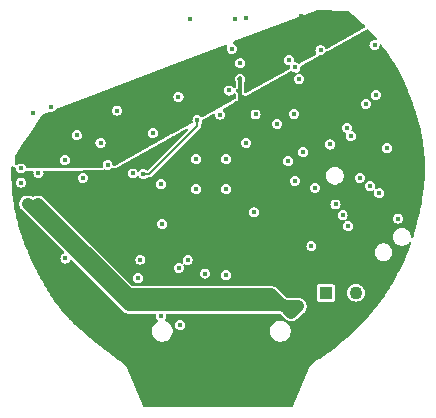
<source format=gbr>
%TF.GenerationSoftware,KiCad,Pcbnew,8.0.3*%
%TF.CreationDate,2024-08-05T21:53:05-05:00*%
%TF.ProjectId,GeckoSmartWatch_V4_1,4765636b-6f53-46d6-9172-745761746368,rev?*%
%TF.SameCoordinates,Original*%
%TF.FileFunction,Copper,L3,Inr*%
%TF.FilePolarity,Positive*%
%FSLAX46Y46*%
G04 Gerber Fmt 4.6, Leading zero omitted, Abs format (unit mm)*
G04 Created by KiCad (PCBNEW 8.0.3) date 2024-08-05 21:53:05*
%MOMM*%
%LPD*%
G01*
G04 APERTURE LIST*
%TA.AperFunction,ComponentPad*%
%ADD10C,1.100000*%
%TD*%
%TA.AperFunction,ComponentPad*%
%ADD11R,1.100000X1.100000*%
%TD*%
%TA.AperFunction,ViaPad*%
%ADD12C,0.450000*%
%TD*%
%TA.AperFunction,Conductor*%
%ADD13C,0.300000*%
%TD*%
%TA.AperFunction,Conductor*%
%ADD14C,1.000000*%
%TD*%
%TA.AperFunction,Conductor*%
%ADD15C,0.150000*%
%TD*%
G04 APERTURE END LIST*
D10*
%TO.N,GND*%
%TO.C,U7*%
X155140000Y-110358000D03*
D11*
%TO.N,Net-(D2-A)*%
X152600000Y-110358000D03*
%TD*%
D12*
%TO.N,GND*%
X156825000Y-93600000D03*
X134900000Y-94925000D03*
X133525000Y-97675000D03*
X141075000Y-87200000D03*
X145865883Y-87090883D03*
%TO.N,+3V0*%
X133275000Y-101850000D03*
X145325000Y-92250000D03*
X154075000Y-99425000D03*
X159750000Y-96350000D03*
X147700000Y-100900000D03*
X129925000Y-108000000D03*
X148637500Y-93350000D03*
X132075000Y-104950000D03*
X145675000Y-95200000D03*
X150639247Y-96595000D03*
X133475000Y-102625000D03*
X137625000Y-113000000D03*
X137575000Y-108000000D03*
X151608147Y-94400000D03*
X139475000Y-103075000D03*
X151742500Y-98592500D03*
X145725000Y-103600000D03*
X139675000Y-97300000D03*
X145500000Y-108900000D03*
X147672106Y-98575001D03*
%TO.N,GND*%
X130550000Y-107450000D03*
X150675000Y-98450000D03*
X138750000Y-104525000D03*
X141625000Y-101575000D03*
X146525000Y-103550000D03*
X145350000Y-90900000D03*
X144150000Y-108850000D03*
X143650000Y-95275000D03*
X144165000Y-101575000D03*
X149975000Y-100875000D03*
X129325000Y-94600000D03*
X140900000Y-107575000D03*
X144425000Y-93225000D03*
X144636052Y-89700701D03*
X148475000Y-96050000D03*
X151375000Y-106425000D03*
X152150000Y-89825000D03*
X136700000Y-109100000D03*
X140125000Y-93775000D03*
X130500000Y-99125000D03*
X144925587Y-87199413D03*
X126770000Y-101025000D03*
X156725000Y-89400000D03*
X149900000Y-95200000D03*
X136250000Y-100250000D03*
X136900000Y-107550000D03*
X126770000Y-99825000D03*
X138650000Y-112350000D03*
X132025000Y-100625000D03*
X156350000Y-101300000D03*
X137950000Y-96850000D03*
X144165000Y-99035000D03*
X146655000Y-95255000D03*
X141625000Y-99035000D03*
%TO.N,/Power/VSYS*%
X134125000Y-99550000D03*
X131525000Y-97025000D03*
X128267702Y-100225000D03*
%TO.N,Net-(SW1-B)*%
X130225000Y-94850000D03*
X150525000Y-86925000D03*
X153875000Y-86950000D03*
X127575000Y-97550000D03*
X151325000Y-86975000D03*
X153075000Y-86925000D03*
X126900000Y-98275000D03*
X127713000Y-98350000D03*
%TO.N,VBUS*%
X128150000Y-103625000D03*
X128225000Y-102825000D03*
X149000000Y-111500000D03*
X150275000Y-111500000D03*
X127350000Y-102825000D03*
X149675000Y-112075000D03*
%TO.N,Net-(D1-A)*%
X157775000Y-98100000D03*
%TO.N,SCL*%
X150025000Y-91275000D03*
%TO.N,FUEL_ALERT*%
X149475000Y-90650000D03*
%TO.N,SDA*%
X152950000Y-97800000D03*
X150325000Y-92250000D03*
X149425000Y-99225000D03*
X154375000Y-96375000D03*
%TO.N,USB_RTS*%
X158725000Y-104075000D03*
%TO.N,SWDIO*%
X155483659Y-100625000D03*
%TO.N,SWDCLK*%
X157116339Y-101925000D03*
%TO.N,USB_CTS*%
X154025000Y-103800000D03*
%TO.N,USB_RX*%
X154500000Y-104725000D03*
%TO.N,USB_TX*%
X153425000Y-102875000D03*
%TO.N,SWO*%
X145850000Y-97650000D03*
%TO.N,~{RESET}*%
X151675000Y-101475000D03*
%TO.N,BUZZER*%
X155978203Y-94346797D03*
X154725000Y-97100000D03*
%TO.N,LCD_CS*%
X142394576Y-108725000D03*
X140150000Y-108250000D03*
%TO.N,Net-(U6-NTC)*%
X127800000Y-95175000D03*
%TO.N,LCD_RESET*%
X138650000Y-101150000D03*
X140275000Y-113100000D03*
%TO.N,Net-(U1-DEC4)*%
X141731232Y-95743768D03*
X137158946Y-100316054D03*
%TD*%
D13*
%TO.N,+3V0*%
X145325000Y-94850000D02*
X145675000Y-95200000D01*
X145325000Y-92250000D02*
X145325000Y-94850000D01*
D14*
%TO.N,VBUS*%
X150275000Y-111500000D02*
X150250000Y-111500000D01*
X150250000Y-111500000D02*
X149675000Y-112075000D01*
X149000000Y-111500000D02*
X150275000Y-111500000D01*
X128225000Y-102825000D02*
X135900000Y-110500000D01*
X149675000Y-112075000D02*
X149025000Y-111425000D01*
X148000000Y-110500000D02*
X149000000Y-111500000D01*
X149025000Y-111425000D02*
X135950000Y-111425000D01*
X135900000Y-110500000D02*
X148000000Y-110500000D01*
X135950000Y-111425000D02*
X127350000Y-102825000D01*
D15*
%TO.N,Net-(U1-DEC4)*%
X141731232Y-96218768D02*
X141731232Y-95743768D01*
X137158946Y-100316054D02*
X137633946Y-100316054D01*
X137633946Y-100316054D02*
X141731232Y-96218768D01*
%TD*%
%TA.AperFunction,Conductor*%
%TO.N,+3V0*%
G36*
X156161859Y-88012855D02*
G01*
X156193430Y-88034723D01*
X156196606Y-88037999D01*
X156208527Y-88050297D01*
X156209189Y-88050986D01*
X156246668Y-88090406D01*
X156353354Y-88202617D01*
X156353955Y-88203257D01*
X156466864Y-88324550D01*
X156571201Y-88436635D01*
X156572469Y-88438023D01*
X156609710Y-88479585D01*
X156610131Y-88480058D01*
X156749310Y-88637602D01*
X156749973Y-88638361D01*
X156886912Y-88796879D01*
X156887686Y-88797786D01*
X156908258Y-88822188D01*
X156931310Y-88878865D01*
X156916645Y-88938267D01*
X156869865Y-88977704D01*
X156817080Y-88983780D01*
X156725000Y-88969196D01*
X156591872Y-88990281D01*
X156591870Y-88990282D01*
X156471782Y-89051470D01*
X156376470Y-89146782D01*
X156315282Y-89266870D01*
X156315281Y-89266872D01*
X156294196Y-89399999D01*
X156294196Y-89400000D01*
X156315281Y-89533127D01*
X156315282Y-89533129D01*
X156376470Y-89653217D01*
X156376472Y-89653220D01*
X156471780Y-89748528D01*
X156591874Y-89809719D01*
X156725000Y-89830804D01*
X156858126Y-89809719D01*
X156978220Y-89748528D01*
X157073528Y-89653220D01*
X157134719Y-89533126D01*
X157155804Y-89400000D01*
X157155804Y-89399999D01*
X157157023Y-89392304D01*
X157159969Y-89392770D01*
X157174711Y-89347401D01*
X157224211Y-89311437D01*
X157285397Y-89311437D01*
X157333111Y-89345020D01*
X157394389Y-89424240D01*
X157395154Y-89425241D01*
X157591788Y-89686245D01*
X157593194Y-89688159D01*
X157644797Y-89760186D01*
X157645293Y-89760885D01*
X157762266Y-89927177D01*
X157762930Y-89928133D01*
X157783505Y-89958126D01*
X157870617Y-90085115D01*
X157878326Y-90096352D01*
X157879037Y-90097402D01*
X158059288Y-90367642D01*
X158066894Y-90379044D01*
X158068202Y-90381058D01*
X158104218Y-90438028D01*
X158126473Y-90473231D01*
X158126940Y-90473977D01*
X158238761Y-90654386D01*
X158239328Y-90655311D01*
X158341346Y-90824004D01*
X158341954Y-90825025D01*
X158518443Y-91124986D01*
X158521942Y-91130932D01*
X158523097Y-91132950D01*
X158587409Y-91248410D01*
X158587804Y-91249125D01*
X158686543Y-91429888D01*
X158687002Y-91430738D01*
X158784482Y-91613409D01*
X158784998Y-91614390D01*
X158956689Y-91944989D01*
X158957697Y-91946985D01*
X159034800Y-92104022D01*
X159035146Y-92104733D01*
X159120749Y-92282658D01*
X159121101Y-92283398D01*
X159205458Y-92462514D01*
X159205877Y-92463415D01*
X159367549Y-92815830D01*
X159368404Y-92817746D01*
X159440570Y-92984283D01*
X159440828Y-92984884D01*
X159520308Y-93172196D01*
X159520612Y-93172919D01*
X159598765Y-93361241D01*
X159599129Y-93362131D01*
X159747953Y-93730816D01*
X159748705Y-93732736D01*
X159814265Y-93905426D01*
X159814530Y-93906133D01*
X159886449Y-94100022D01*
X159886722Y-94100768D01*
X159956866Y-94294627D01*
X159957195Y-94295550D01*
X160089959Y-94674149D01*
X160090645Y-94676176D01*
X160148053Y-94851959D01*
X160148299Y-94852721D01*
X160210801Y-95049481D01*
X160211054Y-95050289D01*
X160271664Y-95246906D01*
X160271968Y-95247911D01*
X160385356Y-95630096D01*
X160385992Y-95632335D01*
X160433816Y-95808623D01*
X160434035Y-95809450D01*
X160439981Y-95832161D01*
X160485628Y-96006547D01*
X160485861Y-96007453D01*
X160535347Y-96204062D01*
X160535624Y-96205190D01*
X160626889Y-96586651D01*
X160627457Y-96589173D01*
X160664524Y-96764175D01*
X160664722Y-96765130D01*
X160704245Y-96961236D01*
X160704444Y-96962250D01*
X160741725Y-97157746D01*
X160741957Y-97159010D01*
X160809215Y-97538407D01*
X160809670Y-97541203D01*
X160835385Y-97715069D01*
X160835533Y-97716114D01*
X160862287Y-97911358D01*
X160862432Y-97912461D01*
X160886903Y-98107308D01*
X160887065Y-98108673D01*
X160929300Y-98487423D01*
X160929586Y-98490397D01*
X160943667Y-98664122D01*
X160943750Y-98665211D01*
X160957461Y-98861204D01*
X160957534Y-98862346D01*
X160968944Y-99057877D01*
X160969016Y-99059276D01*
X160985850Y-99440444D01*
X160985936Y-99443440D01*
X160988369Y-99618967D01*
X160988379Y-99620039D01*
X160988980Y-99818286D01*
X160988977Y-99819402D01*
X160987342Y-100017679D01*
X160987321Y-100019038D01*
X160978820Y-100405889D01*
X160978716Y-100408750D01*
X160969591Y-100587919D01*
X160969534Y-100588925D01*
X160957186Y-100790883D01*
X160957117Y-100791925D01*
X160942596Y-100994324D01*
X160942498Y-100995586D01*
X160909053Y-101390896D01*
X160908795Y-101393522D01*
X160888384Y-101576472D01*
X160888308Y-101577150D01*
X160888200Y-101578071D01*
X160863182Y-101784722D01*
X160863063Y-101785672D01*
X160835960Y-101992741D01*
X160835802Y-101993893D01*
X160778072Y-102398038D01*
X160777699Y-102400437D01*
X160746162Y-102588190D01*
X160746017Y-102589034D01*
X160708691Y-102800064D01*
X160708532Y-102800937D01*
X160669308Y-103011669D01*
X160669105Y-103012729D01*
X160587822Y-103424430D01*
X160587423Y-103426352D01*
X160579884Y-103460915D01*
X160579783Y-103461370D01*
X160536463Y-103655579D01*
X160536293Y-103656331D01*
X160530096Y-103683129D01*
X160491436Y-103850304D01*
X160491306Y-103850857D01*
X160444959Y-104044426D01*
X160444723Y-104045391D01*
X160340971Y-104460294D01*
X160340497Y-104462113D01*
X160336812Y-104475734D01*
X160331097Y-104496857D01*
X160330978Y-104497290D01*
X160277344Y-104692004D01*
X160277140Y-104692734D01*
X160222147Y-104886573D01*
X160221938Y-104887300D01*
X160165517Y-105080538D01*
X160165236Y-105081482D01*
X160040184Y-105494469D01*
X160039617Y-105496281D01*
X160028427Y-105530832D01*
X160028285Y-105531266D01*
X159983160Y-105668436D01*
X159947015Y-105717804D01*
X159888756Y-105736498D01*
X159830634Y-105717378D01*
X159794852Y-105667747D01*
X159790118Y-105637499D01*
X159790118Y-105550500D01*
X159790117Y-105550496D01*
X159788680Y-105543273D01*
X159761296Y-105405601D01*
X159704759Y-105269110D01*
X159622681Y-105146271D01*
X159518215Y-105041805D01*
X159497556Y-105028001D01*
X159395375Y-104959726D01*
X159258888Y-104903191D01*
X159258882Y-104903189D01*
X159113989Y-104874368D01*
X159113987Y-104874368D01*
X158966249Y-104874368D01*
X158966246Y-104874368D01*
X158821353Y-104903189D01*
X158821347Y-104903191D01*
X158684860Y-104959726D01*
X158562024Y-105041802D01*
X158457552Y-105146274D01*
X158375476Y-105269110D01*
X158318941Y-105405597D01*
X158318939Y-105405603D01*
X158290118Y-105550496D01*
X158290118Y-105698239D01*
X158318939Y-105843132D01*
X158318941Y-105843138D01*
X158375476Y-105979625D01*
X158440187Y-106076472D01*
X158457555Y-106102465D01*
X158562021Y-106206931D01*
X158684860Y-106289009D01*
X158821351Y-106345546D01*
X158966249Y-106374368D01*
X158966250Y-106374368D01*
X159113986Y-106374368D01*
X159113987Y-106374368D01*
X159258885Y-106345546D01*
X159395376Y-106289009D01*
X159518215Y-106206931D01*
X159622681Y-106102465D01*
X159635041Y-106083965D01*
X159683089Y-106046087D01*
X159744227Y-106043683D01*
X159795102Y-106077675D01*
X159816281Y-106135078D01*
X159810572Y-106172312D01*
X159688190Y-106514425D01*
X159687515Y-106516257D01*
X159674721Y-106549914D01*
X159674550Y-106550360D01*
X159601943Y-106738625D01*
X159601653Y-106739368D01*
X159527818Y-106926317D01*
X159527520Y-106927062D01*
X159452551Y-107112470D01*
X159452152Y-107113442D01*
X159287675Y-107508117D01*
X159286868Y-107509999D01*
X159272633Y-107542261D01*
X159272452Y-107542667D01*
X159198458Y-107708129D01*
X159191010Y-107724783D01*
X159190666Y-107725543D01*
X159108146Y-107905970D01*
X159107794Y-107906730D01*
X159024225Y-108085438D01*
X159023755Y-108086430D01*
X158841254Y-108465686D01*
X158840151Y-108467905D01*
X158752395Y-108639164D01*
X158751979Y-108639967D01*
X158652292Y-108830207D01*
X158651846Y-108831049D01*
X158550769Y-109019506D01*
X158550206Y-109020540D01*
X158350231Y-109382978D01*
X158348973Y-109385191D01*
X158253282Y-109548548D01*
X158252812Y-109549342D01*
X158144206Y-109730844D01*
X158143703Y-109731675D01*
X158033811Y-109911306D01*
X158033182Y-109912320D01*
X157816170Y-110257630D01*
X157814775Y-110259788D01*
X157711354Y-110415244D01*
X157710839Y-110416010D01*
X157593523Y-110588835D01*
X157592975Y-110589634D01*
X157474535Y-110760494D01*
X157473852Y-110761467D01*
X157240031Y-111090269D01*
X157238531Y-111092321D01*
X157127557Y-111240184D01*
X157127009Y-111240907D01*
X157001088Y-111405522D01*
X157000508Y-111406273D01*
X156873519Y-111569028D01*
X156872798Y-111569941D01*
X156622508Y-111883065D01*
X156620942Y-111884976D01*
X156502274Y-112026067D01*
X156501705Y-112026737D01*
X156367412Y-112183557D01*
X156366812Y-112184251D01*
X156231397Y-112339448D01*
X156230655Y-112340289D01*
X155963991Y-112639008D01*
X155962386Y-112640763D01*
X155836089Y-112775578D01*
X155835507Y-112776193D01*
X155692944Y-112925786D01*
X155692333Y-112926422D01*
X155548528Y-113074652D01*
X155547774Y-113075421D01*
X155264980Y-113360638D01*
X155263352Y-113362243D01*
X155129586Y-113491066D01*
X155128997Y-113491628D01*
X154978001Y-113634671D01*
X154977382Y-113635252D01*
X154825370Y-113776803D01*
X154824608Y-113777505D01*
X154525790Y-114049976D01*
X154524148Y-114051440D01*
X154383053Y-114174465D01*
X154382460Y-114174979D01*
X154223062Y-114311754D01*
X154222440Y-114312283D01*
X154062353Y-114447372D01*
X154061585Y-114448013D01*
X153746836Y-114708217D01*
X153745187Y-114709551D01*
X153732639Y-114719481D01*
X153596601Y-114827123D01*
X153596004Y-114827591D01*
X153428674Y-114957922D01*
X153428049Y-114958405D01*
X153259537Y-115087509D01*
X153258767Y-115088092D01*
X152928324Y-115336181D01*
X152926672Y-115337395D01*
X152770655Y-115449553D01*
X152770057Y-115449980D01*
X152594587Y-115574159D01*
X152593962Y-115574598D01*
X152417348Y-115697551D01*
X152416578Y-115698081D01*
X152069990Y-115934539D01*
X152068565Y-115935493D01*
X152038598Y-115955186D01*
X152038258Y-115955409D01*
X151871970Y-116063710D01*
X151871402Y-116064077D01*
X151704253Y-116171319D01*
X151703684Y-116171681D01*
X151569692Y-116256368D01*
X151551299Y-116265477D01*
X151545722Y-116267550D01*
X151545720Y-116267551D01*
X151525081Y-116283902D01*
X151516502Y-116289986D01*
X151501038Y-116299760D01*
X151495262Y-116306018D01*
X151483984Y-116316475D01*
X151448287Y-116344748D01*
X151338431Y-116451845D01*
X151338425Y-116451851D01*
X151338421Y-116451856D01*
X151240111Y-116569658D01*
X151204490Y-116622555D01*
X151200742Y-116627748D01*
X151200574Y-116627967D01*
X151184495Y-116648782D01*
X151184491Y-116648789D01*
X151184446Y-116648899D01*
X151175227Y-116666001D01*
X151170672Y-116672763D01*
X151170669Y-116672770D01*
X151164031Y-116695974D01*
X151160191Y-116706924D01*
X149792437Y-119979031D01*
X149752550Y-120025428D01*
X149701096Y-120039850D01*
X137217697Y-120039850D01*
X137159506Y-120020943D01*
X137126356Y-119979031D01*
X135758579Y-116706875D01*
X135754743Y-116695936D01*
X135748116Y-116672777D01*
X135748115Y-116672775D01*
X135743597Y-116666069D01*
X135734359Y-116648934D01*
X135734323Y-116648846D01*
X135734321Y-116648843D01*
X135734320Y-116648841D01*
X135718195Y-116627967D01*
X135714437Y-116622761D01*
X135678685Y-116569670D01*
X135659817Y-116547062D01*
X135580384Y-116451882D01*
X135580380Y-116451877D01*
X135470529Y-116344770D01*
X135443389Y-116323270D01*
X135435015Y-116315066D01*
X135434944Y-116315143D01*
X135430191Y-116310721D01*
X135406380Y-116293780D01*
X135402283Y-116290703D01*
X135393701Y-116283902D01*
X135373098Y-116267573D01*
X135373096Y-116267572D01*
X135366308Y-116263747D01*
X135366536Y-116263340D01*
X135355006Y-116257230D01*
X135218445Y-116160073D01*
X135218258Y-116159821D01*
X135218202Y-116159900D01*
X135041390Y-116033300D01*
X135041195Y-116033159D01*
X134865889Y-115906817D01*
X134865923Y-115906768D01*
X134865737Y-115906708D01*
X134832887Y-115882939D01*
X134832240Y-115882467D01*
X134580980Y-115697551D01*
X134473957Y-115618787D01*
X134309257Y-115496457D01*
X134308982Y-115496252D01*
X134146497Y-115374693D01*
X134146217Y-115374483D01*
X133985724Y-115253525D01*
X133985552Y-115253395D01*
X133955139Y-115230370D01*
X133954404Y-115229808D01*
X133770367Y-115087754D01*
X133626851Y-114976977D01*
X133505155Y-114882011D01*
X133461437Y-114847896D01*
X133461092Y-114847626D01*
X133298368Y-114719481D01*
X133298030Y-114719214D01*
X133153719Y-114604549D01*
X133152746Y-114603765D01*
X132855945Y-114361761D01*
X132855452Y-114361357D01*
X132692178Y-114226468D01*
X132691744Y-114226107D01*
X132652749Y-114193516D01*
X132531535Y-114092207D01*
X132531165Y-114091896D01*
X132427898Y-114004727D01*
X132426815Y-114003800D01*
X132159481Y-113771464D01*
X132158894Y-113770950D01*
X132000219Y-113630839D01*
X131999678Y-113630358D01*
X131843904Y-113490768D01*
X131843500Y-113490403D01*
X131775353Y-113428657D01*
X131774160Y-113427558D01*
X131663343Y-113323793D01*
X131535046Y-113203661D01*
X131534376Y-113203028D01*
X131381777Y-113057368D01*
X131381142Y-113056757D01*
X131368244Y-113044216D01*
X131231655Y-112911402D01*
X131231244Y-112911000D01*
X131192195Y-112872564D01*
X131190916Y-112871281D01*
X130977610Y-112653494D01*
X130976896Y-112652757D01*
X130875492Y-112546919D01*
X130840857Y-112510769D01*
X130840114Y-112509985D01*
X130697235Y-112357562D01*
X130696768Y-112357061D01*
X130681263Y-112340289D01*
X130671781Y-112330033D01*
X130670532Y-112328653D01*
X130518117Y-112157028D01*
X130479502Y-112113546D01*
X130478692Y-112112622D01*
X130347884Y-111961591D01*
X130347170Y-111960757D01*
X130218573Y-111808565D01*
X130218179Y-111808095D01*
X130214645Y-111803854D01*
X130204439Y-111791603D01*
X130203304Y-111790214D01*
X130029699Y-111572988D01*
X130028945Y-111572031D01*
X129901641Y-111408430D01*
X129900859Y-111407412D01*
X129777423Y-111244468D01*
X129775951Y-111242472D01*
X129683061Y-111113249D01*
X129615380Y-111019095D01*
X129614719Y-111018163D01*
X129495511Y-110848029D01*
X129494844Y-110847065D01*
X129378509Y-110676775D01*
X129377289Y-110674947D01*
X129280346Y-110526053D01*
X129223940Y-110439420D01*
X129223426Y-110438620D01*
X129208775Y-110415612D01*
X129116232Y-110270277D01*
X129115748Y-110269510D01*
X129111028Y-110261939D01*
X129008681Y-110097786D01*
X128996217Y-110077556D01*
X128995485Y-110076348D01*
X128845566Y-109825044D01*
X128845139Y-109824321D01*
X128781349Y-109715302D01*
X128740392Y-109645305D01*
X128740013Y-109644651D01*
X128725353Y-109619133D01*
X128635129Y-109462084D01*
X128622600Y-109440050D01*
X128622007Y-109438993D01*
X128474640Y-109172279D01*
X128474301Y-109171660D01*
X128433763Y-109097040D01*
X128378167Y-108994703D01*
X128377997Y-108994387D01*
X128281831Y-108814577D01*
X128255692Y-108765214D01*
X128255164Y-108764202D01*
X128248613Y-108751470D01*
X128111360Y-108484695D01*
X128111055Y-108484098D01*
X128059968Y-108383127D01*
X128017454Y-108299101D01*
X128017183Y-108298560D01*
X128015009Y-108294196D01*
X127924036Y-108111542D01*
X127898598Y-108059948D01*
X127898099Y-108058919D01*
X127760199Y-107770528D01*
X127759898Y-107769894D01*
X127677254Y-107593869D01*
X127670618Y-107579735D01*
X127670354Y-107579168D01*
X127655142Y-107546198D01*
X127581928Y-107387511D01*
X127558016Y-107335089D01*
X127557561Y-107334073D01*
X127428616Y-107041158D01*
X127428320Y-107040479D01*
X127392629Y-106957625D01*
X127345501Y-106848220D01*
X127345312Y-106847776D01*
X127263969Y-106654948D01*
X127263790Y-106654519D01*
X127242052Y-106602271D01*
X127241482Y-106600872D01*
X127226928Y-106564330D01*
X127124942Y-106308257D01*
X127124612Y-106307417D01*
X127086089Y-106208051D01*
X127050271Y-106115664D01*
X127049995Y-106114940D01*
X127048638Y-106111348D01*
X127012358Y-106015282D01*
X126977582Y-105923200D01*
X126977383Y-105922670D01*
X126958321Y-105871307D01*
X126957766Y-105869769D01*
X126937772Y-105812867D01*
X126892273Y-105683375D01*
X126855896Y-105579845D01*
X126855559Y-105578871D01*
X126839335Y-105531112D01*
X126791111Y-105389158D01*
X126790867Y-105388429D01*
X126728320Y-105198132D01*
X126712081Y-105147623D01*
X126711532Y-105145854D01*
X126708186Y-105134718D01*
X126625351Y-104858998D01*
X126625024Y-104857889D01*
X126567093Y-104656557D01*
X126566821Y-104655588D01*
X126556495Y-104618097D01*
X126543228Y-104569926D01*
X126511202Y-104453642D01*
X126511032Y-104453019D01*
X126504996Y-104430527D01*
X126504567Y-104428865D01*
X126433693Y-104142944D01*
X126433420Y-104141809D01*
X126406095Y-104025658D01*
X126386219Y-103941167D01*
X126385963Y-103940051D01*
X126340923Y-103738151D01*
X126340784Y-103737517D01*
X126335914Y-103714992D01*
X126335547Y-103713219D01*
X126279047Y-103425815D01*
X126278875Y-103424910D01*
X126241489Y-103222467D01*
X126241325Y-103221546D01*
X126205957Y-103017449D01*
X126202045Y-102994015D01*
X126201805Y-102992497D01*
X126166577Y-102756003D01*
X126649500Y-102756003D01*
X126649500Y-102893996D01*
X126659957Y-102946563D01*
X126674005Y-103017189D01*
X126676420Y-103029327D01*
X126676420Y-103029329D01*
X126729223Y-103156808D01*
X126773803Y-103223528D01*
X126805886Y-103271543D01*
X128615825Y-105081482D01*
X130425025Y-106890682D01*
X130452802Y-106945199D01*
X130443231Y-107005631D01*
X130399967Y-107048895D01*
X130296781Y-107101471D01*
X130201470Y-107196782D01*
X130140282Y-107316870D01*
X130140281Y-107316872D01*
X130119196Y-107449999D01*
X130119196Y-107450000D01*
X130140281Y-107583127D01*
X130140282Y-107583129D01*
X130191234Y-107683127D01*
X130201472Y-107703220D01*
X130296780Y-107798528D01*
X130416874Y-107859719D01*
X130550000Y-107880804D01*
X130683126Y-107859719D01*
X130803220Y-107798528D01*
X130898528Y-107703220D01*
X130951105Y-107600030D01*
X130994368Y-107556769D01*
X131054800Y-107547197D01*
X131109316Y-107574974D01*
X131109317Y-107574974D01*
X135503457Y-111969114D01*
X135618189Y-112045775D01*
X135745672Y-112098580D01*
X135881006Y-112125500D01*
X135881007Y-112125500D01*
X138138839Y-112125500D01*
X138197030Y-112144407D01*
X138232994Y-112193907D01*
X138236620Y-112239987D01*
X138219196Y-112349999D01*
X138219196Y-112350000D01*
X138240281Y-112483127D01*
X138240282Y-112483129D01*
X138272785Y-112546919D01*
X138301472Y-112603220D01*
X138374775Y-112676523D01*
X138402551Y-112731038D01*
X138392980Y-112791470D01*
X138349715Y-112834735D01*
X138342657Y-112837989D01*
X138327975Y-112844070D01*
X138183930Y-112940317D01*
X138061420Y-113062827D01*
X137965172Y-113206873D01*
X137898873Y-113366933D01*
X137865076Y-113536847D01*
X137865076Y-113710098D01*
X137898873Y-113880012D01*
X137965172Y-114040072D01*
X138055314Y-114174979D01*
X138061423Y-114184122D01*
X138183927Y-114306626D01*
X138327976Y-114402876D01*
X138488035Y-114469175D01*
X138657953Y-114502973D01*
X138657954Y-114502973D01*
X138831198Y-114502973D01*
X138831199Y-114502973D01*
X139001117Y-114469175D01*
X139161176Y-114402876D01*
X139305225Y-114306626D01*
X139427729Y-114184122D01*
X139523979Y-114040073D01*
X139590278Y-113880014D01*
X139624076Y-113710096D01*
X139624076Y-113538374D01*
X147870500Y-113538374D01*
X147870500Y-113711625D01*
X147904297Y-113881539D01*
X147970596Y-114041599D01*
X148066844Y-114185645D01*
X148066847Y-114185649D01*
X148189351Y-114308153D01*
X148333400Y-114404403D01*
X148493459Y-114470702D01*
X148663377Y-114504500D01*
X148663378Y-114504500D01*
X148836622Y-114504500D01*
X148836623Y-114504500D01*
X149006541Y-114470702D01*
X149166600Y-114404403D01*
X149310649Y-114308153D01*
X149433153Y-114185649D01*
X149529403Y-114041600D01*
X149595702Y-113881541D01*
X149629500Y-113711623D01*
X149629500Y-113538377D01*
X149595702Y-113368459D01*
X149529403Y-113208400D01*
X149433153Y-113064351D01*
X149310649Y-112941847D01*
X149308364Y-112940320D01*
X149166599Y-112845596D01*
X149006539Y-112779297D01*
X148836625Y-112745500D01*
X148836623Y-112745500D01*
X148663377Y-112745500D01*
X148663374Y-112745500D01*
X148493460Y-112779297D01*
X148333400Y-112845596D01*
X148189354Y-112941844D01*
X148066844Y-113064354D01*
X147970596Y-113208400D01*
X147904297Y-113368460D01*
X147870500Y-113538374D01*
X139624076Y-113538374D01*
X139624076Y-113536850D01*
X139590278Y-113366932D01*
X139523979Y-113206873D01*
X139452568Y-113099999D01*
X139844196Y-113099999D01*
X139844196Y-113100000D01*
X139865281Y-113233127D01*
X139865282Y-113233129D01*
X139926470Y-113353217D01*
X139926472Y-113353220D01*
X140021780Y-113448528D01*
X140141874Y-113509719D01*
X140275000Y-113530804D01*
X140408126Y-113509719D01*
X140528220Y-113448528D01*
X140623528Y-113353220D01*
X140684719Y-113233126D01*
X140705804Y-113100000D01*
X140684719Y-112966874D01*
X140623528Y-112846780D01*
X140528220Y-112751472D01*
X140528217Y-112751470D01*
X140408129Y-112690282D01*
X140408127Y-112690281D01*
X140275000Y-112669196D01*
X140141872Y-112690281D01*
X140141870Y-112690282D01*
X140021782Y-112751470D01*
X139926470Y-112846782D01*
X139865282Y-112966870D01*
X139865281Y-112966872D01*
X139844196Y-113099999D01*
X139452568Y-113099999D01*
X139427729Y-113062824D01*
X139305225Y-112940320D01*
X139305221Y-112940317D01*
X139161175Y-112844069D01*
X139012745Y-112782587D01*
X138966219Y-112742850D01*
X138951936Y-112683355D01*
X138975351Y-112626827D01*
X138980616Y-112621131D01*
X138998528Y-112603220D01*
X139059719Y-112483126D01*
X139080804Y-112350000D01*
X139077648Y-112330074D01*
X139063380Y-112239987D01*
X139072951Y-112179555D01*
X139116216Y-112136290D01*
X139161161Y-112125500D01*
X148659905Y-112125500D01*
X148697788Y-112133035D01*
X148755714Y-112157029D01*
X148787830Y-112178488D01*
X149024577Y-112415234D01*
X149228457Y-112619114D01*
X149343189Y-112695775D01*
X149470672Y-112748580D01*
X149606006Y-112775500D01*
X149606007Y-112775500D01*
X149743993Y-112775500D01*
X149743994Y-112775500D01*
X149879329Y-112748580D01*
X150006811Y-112695775D01*
X150121543Y-112619114D01*
X150193738Y-112546919D01*
X150219115Y-112521543D01*
X150563608Y-112177048D01*
X150639310Y-112101345D01*
X150654309Y-112089037D01*
X150721539Y-112044116D01*
X150721538Y-112044116D01*
X150721542Y-112044114D01*
X150819114Y-111946542D01*
X150895775Y-111831811D01*
X150948580Y-111704328D01*
X150975500Y-111568993D01*
X150975500Y-111431007D01*
X150948580Y-111295672D01*
X150925596Y-111240184D01*
X150895777Y-111168193D01*
X150895771Y-111168182D01*
X150819114Y-111053458D01*
X150721541Y-110955885D01*
X150606817Y-110879228D01*
X150606806Y-110879222D01*
X150479328Y-110826420D01*
X150343995Y-110799500D01*
X150343993Y-110799500D01*
X149365097Y-110799500D01*
X149327211Y-110791964D01*
X149269285Y-110767970D01*
X149237167Y-110746510D01*
X148845256Y-110354599D01*
X148446543Y-109955886D01*
X148432238Y-109946328D01*
X148331808Y-109879223D01*
X148204328Y-109826420D01*
X148068996Y-109799500D01*
X148068994Y-109799500D01*
X148068993Y-109799500D01*
X136231165Y-109799500D01*
X136196550Y-109788253D01*
X151849500Y-109788253D01*
X151849500Y-110927746D01*
X151849501Y-110927758D01*
X151861132Y-110986227D01*
X151861134Y-110986233D01*
X151905445Y-111052548D01*
X151905448Y-111052552D01*
X151971769Y-111096867D01*
X152016231Y-111105711D01*
X152030241Y-111108498D01*
X152030246Y-111108498D01*
X152030252Y-111108500D01*
X152030253Y-111108500D01*
X153169747Y-111108500D01*
X153169748Y-111108500D01*
X153228231Y-111096867D01*
X153294552Y-111052552D01*
X153338867Y-110986231D01*
X153350500Y-110927748D01*
X153350500Y-110357995D01*
X154384751Y-110357995D01*
X154384751Y-110358004D01*
X154403685Y-110526053D01*
X154403688Y-110526065D01*
X154459544Y-110685690D01*
X154459544Y-110685691D01*
X154549520Y-110828886D01*
X154549523Y-110828890D01*
X154669110Y-110948477D01*
X154669112Y-110948478D01*
X154669113Y-110948479D01*
X154781565Y-111019138D01*
X154812310Y-111038456D01*
X154876232Y-111060823D01*
X154971934Y-111094311D01*
X154971938Y-111094312D01*
X154971941Y-111094313D01*
X154971942Y-111094313D01*
X154971946Y-111094314D01*
X155139996Y-111113249D01*
X155140000Y-111113249D01*
X155140004Y-111113249D01*
X155308053Y-111094314D01*
X155308055Y-111094313D01*
X155308059Y-111094313D01*
X155467690Y-111038456D01*
X155610890Y-110948477D01*
X155730477Y-110828890D01*
X155820456Y-110685690D01*
X155876313Y-110526059D01*
X155876314Y-110526053D01*
X155895249Y-110358004D01*
X155895249Y-110357995D01*
X155876314Y-110189946D01*
X155876311Y-110189934D01*
X155836988Y-110077556D01*
X155820456Y-110030310D01*
X155789166Y-109980513D01*
X155730479Y-109887113D01*
X155730478Y-109887112D01*
X155730477Y-109887110D01*
X155610890Y-109767523D01*
X155610887Y-109767521D01*
X155610886Y-109767520D01*
X155467691Y-109677544D01*
X155308065Y-109621688D01*
X155308053Y-109621685D01*
X155140004Y-109602751D01*
X155139996Y-109602751D01*
X154971946Y-109621685D01*
X154971934Y-109621688D01*
X154812309Y-109677544D01*
X154812308Y-109677544D01*
X154669113Y-109767520D01*
X154549520Y-109887113D01*
X154459544Y-110030308D01*
X154459544Y-110030309D01*
X154403688Y-110189934D01*
X154403685Y-110189946D01*
X154384751Y-110357995D01*
X153350500Y-110357995D01*
X153350500Y-109788252D01*
X153338867Y-109729769D01*
X153294552Y-109663448D01*
X153294548Y-109663445D01*
X153228233Y-109619134D01*
X153228231Y-109619133D01*
X153228228Y-109619132D01*
X153228227Y-109619132D01*
X153169758Y-109607501D01*
X153169748Y-109607500D01*
X152030252Y-109607500D01*
X152030251Y-109607500D01*
X152030241Y-109607501D01*
X151971772Y-109619132D01*
X151971766Y-109619134D01*
X151905451Y-109663445D01*
X151905445Y-109663451D01*
X151861134Y-109729766D01*
X151861132Y-109729772D01*
X151849501Y-109788241D01*
X151849500Y-109788253D01*
X136196550Y-109788253D01*
X136172974Y-109780593D01*
X136161161Y-109770504D01*
X135490656Y-109099999D01*
X136269196Y-109099999D01*
X136269196Y-109100000D01*
X136290281Y-109233127D01*
X136290282Y-109233129D01*
X136351470Y-109353217D01*
X136351472Y-109353220D01*
X136446780Y-109448528D01*
X136566874Y-109509719D01*
X136700000Y-109530804D01*
X136833126Y-109509719D01*
X136953220Y-109448528D01*
X137048528Y-109353220D01*
X137109719Y-109233126D01*
X137130804Y-109100000D01*
X137109719Y-108966874D01*
X137048528Y-108846780D01*
X136953220Y-108751472D01*
X136953217Y-108751470D01*
X136901265Y-108724999D01*
X141963772Y-108724999D01*
X141963772Y-108725000D01*
X141984857Y-108858127D01*
X141984858Y-108858129D01*
X142046046Y-108978217D01*
X142046048Y-108978220D01*
X142141356Y-109073528D01*
X142261450Y-109134719D01*
X142394576Y-109155804D01*
X142527702Y-109134719D01*
X142647796Y-109073528D01*
X142743104Y-108978220D01*
X142804295Y-108858126D01*
X142805582Y-108849999D01*
X143719196Y-108849999D01*
X143719196Y-108850000D01*
X143740281Y-108983127D01*
X143740282Y-108983129D01*
X143799831Y-109100000D01*
X143801472Y-109103220D01*
X143896780Y-109198528D01*
X144016874Y-109259719D01*
X144150000Y-109280804D01*
X144283126Y-109259719D01*
X144403220Y-109198528D01*
X144498528Y-109103220D01*
X144559719Y-108983126D01*
X144580804Y-108850000D01*
X144577802Y-108831049D01*
X144568025Y-108769317D01*
X144559719Y-108716874D01*
X144498528Y-108596780D01*
X144403220Y-108501472D01*
X144403217Y-108501470D01*
X144283129Y-108440282D01*
X144283127Y-108440281D01*
X144150000Y-108419196D01*
X144016872Y-108440281D01*
X144016870Y-108440282D01*
X143896782Y-108501470D01*
X143801470Y-108596782D01*
X143740282Y-108716870D01*
X143740281Y-108716872D01*
X143719196Y-108849999D01*
X142805582Y-108849999D01*
X142825380Y-108725000D01*
X142804295Y-108591874D01*
X142743104Y-108471780D01*
X142647796Y-108376472D01*
X142647793Y-108376470D01*
X142527705Y-108315282D01*
X142527703Y-108315281D01*
X142394576Y-108294196D01*
X142261448Y-108315281D01*
X142261446Y-108315282D01*
X142141358Y-108376470D01*
X142046046Y-108471782D01*
X141984858Y-108591870D01*
X141984857Y-108591872D01*
X141963772Y-108724999D01*
X136901265Y-108724999D01*
X136833129Y-108690282D01*
X136833127Y-108690281D01*
X136700000Y-108669196D01*
X136566872Y-108690281D01*
X136566870Y-108690282D01*
X136446782Y-108751470D01*
X136351470Y-108846782D01*
X136290282Y-108966870D01*
X136290281Y-108966872D01*
X136269196Y-109099999D01*
X135490656Y-109099999D01*
X134640656Y-108249999D01*
X139719196Y-108249999D01*
X139719196Y-108250000D01*
X139740281Y-108383127D01*
X139740282Y-108383129D01*
X139792033Y-108484695D01*
X139801472Y-108503220D01*
X139896780Y-108598528D01*
X140016874Y-108659719D01*
X140150000Y-108680804D01*
X140283126Y-108659719D01*
X140403220Y-108598528D01*
X140498528Y-108503220D01*
X140559719Y-108383126D01*
X140580804Y-108250000D01*
X140559719Y-108116874D01*
X140534457Y-108067295D01*
X140524886Y-108006867D01*
X140552662Y-107952350D01*
X140607178Y-107924571D01*
X140667611Y-107934142D01*
X140766874Y-107984719D01*
X140900000Y-108005804D01*
X141033126Y-107984719D01*
X141153220Y-107923528D01*
X141248528Y-107828220D01*
X141309719Y-107708126D01*
X141330804Y-107575000D01*
X141309719Y-107441874D01*
X141248528Y-107321780D01*
X141153220Y-107226472D01*
X141153217Y-107226470D01*
X141033129Y-107165282D01*
X141033127Y-107165281D01*
X140900000Y-107144196D01*
X140766872Y-107165281D01*
X140766870Y-107165282D01*
X140646782Y-107226470D01*
X140551470Y-107321782D01*
X140490282Y-107441870D01*
X140490281Y-107441872D01*
X140469196Y-107574999D01*
X140469196Y-107575000D01*
X140490281Y-107708127D01*
X140492572Y-107712623D01*
X140513628Y-107753948D01*
X140515541Y-107757701D01*
X140525113Y-107818133D01*
X140497336Y-107872650D01*
X140442820Y-107900428D01*
X140382388Y-107890857D01*
X140382387Y-107890857D01*
X140283126Y-107840281D01*
X140150000Y-107819196D01*
X140016872Y-107840281D01*
X140016870Y-107840282D01*
X139896782Y-107901470D01*
X139801470Y-107996782D01*
X139740282Y-108116870D01*
X139740281Y-108116872D01*
X139719196Y-108249999D01*
X134640656Y-108249999D01*
X133940656Y-107549999D01*
X136469196Y-107549999D01*
X136469196Y-107550000D01*
X136490281Y-107683127D01*
X136490282Y-107683129D01*
X136551470Y-107803217D01*
X136551472Y-107803220D01*
X136646780Y-107898528D01*
X136646782Y-107898529D01*
X136752411Y-107952350D01*
X136766874Y-107959719D01*
X136900000Y-107980804D01*
X137033126Y-107959719D01*
X137153220Y-107898528D01*
X137248528Y-107803220D01*
X137309719Y-107683126D01*
X137330804Y-107550000D01*
X137309719Y-107416874D01*
X137304851Y-107407321D01*
X137248529Y-107296782D01*
X137248528Y-107296780D01*
X137153220Y-107201472D01*
X137153217Y-107201470D01*
X137033129Y-107140282D01*
X137033127Y-107140281D01*
X136900000Y-107119196D01*
X136766872Y-107140281D01*
X136766870Y-107140282D01*
X136646782Y-107201470D01*
X136551470Y-107296782D01*
X136490282Y-107416870D01*
X136490281Y-107416872D01*
X136469196Y-107549999D01*
X133940656Y-107549999D01*
X132815656Y-106424999D01*
X150944196Y-106424999D01*
X150944196Y-106425000D01*
X150965281Y-106558127D01*
X150965282Y-106558129D01*
X151014469Y-106654663D01*
X151026472Y-106678220D01*
X151121780Y-106773528D01*
X151241874Y-106834719D01*
X151375000Y-106855804D01*
X151377829Y-106855356D01*
X156735047Y-106855356D01*
X156735047Y-107003099D01*
X156763868Y-107147992D01*
X156763870Y-107147998D01*
X156820405Y-107284485D01*
X156902481Y-107407321D01*
X156902484Y-107407325D01*
X157006950Y-107511791D01*
X157129789Y-107593869D01*
X157266280Y-107650406D01*
X157411178Y-107679228D01*
X157411179Y-107679228D01*
X157558915Y-107679228D01*
X157558916Y-107679228D01*
X157703814Y-107650406D01*
X157840305Y-107593869D01*
X157963144Y-107511791D01*
X158067610Y-107407325D01*
X158149688Y-107284486D01*
X158206225Y-107147995D01*
X158235047Y-107003097D01*
X158235047Y-106855359D01*
X158206225Y-106710461D01*
X158149688Y-106573970D01*
X158067610Y-106451131D01*
X157963144Y-106346665D01*
X157963140Y-106346662D01*
X157840304Y-106264586D01*
X157703817Y-106208051D01*
X157703811Y-106208049D01*
X157558918Y-106179228D01*
X157558916Y-106179228D01*
X157411178Y-106179228D01*
X157411175Y-106179228D01*
X157266282Y-106208049D01*
X157266276Y-106208051D01*
X157129789Y-106264586D01*
X157006953Y-106346662D01*
X156902481Y-106451134D01*
X156820405Y-106573970D01*
X156763870Y-106710457D01*
X156763868Y-106710463D01*
X156735047Y-106855356D01*
X151377829Y-106855356D01*
X151508126Y-106834719D01*
X151628220Y-106773528D01*
X151723528Y-106678220D01*
X151784719Y-106558126D01*
X151805804Y-106425000D01*
X151784719Y-106291874D01*
X151723528Y-106171780D01*
X151628220Y-106076472D01*
X151628217Y-106076470D01*
X151508129Y-106015282D01*
X151508127Y-106015281D01*
X151375000Y-105994196D01*
X151241872Y-106015281D01*
X151241870Y-106015282D01*
X151121782Y-106076470D01*
X151026470Y-106171782D01*
X150965282Y-106291870D01*
X150965281Y-106291872D01*
X150944196Y-106424999D01*
X132815656Y-106424999D01*
X132428132Y-106037475D01*
X130915656Y-104524999D01*
X138319196Y-104524999D01*
X138319196Y-104525000D01*
X138340281Y-104658127D01*
X138340282Y-104658129D01*
X138374355Y-104725000D01*
X138401472Y-104778220D01*
X138496780Y-104873528D01*
X138616874Y-104934719D01*
X138750000Y-104955804D01*
X138883126Y-104934719D01*
X139003220Y-104873528D01*
X139098528Y-104778220D01*
X139125645Y-104724999D01*
X154069196Y-104724999D01*
X154069196Y-104725000D01*
X154090281Y-104858127D01*
X154090282Y-104858129D01*
X154142049Y-104959727D01*
X154151472Y-104978220D01*
X154246780Y-105073528D01*
X154366874Y-105134719D01*
X154500000Y-105155804D01*
X154633126Y-105134719D01*
X154753220Y-105073528D01*
X154848528Y-104978220D01*
X154909719Y-104858126D01*
X154930804Y-104725000D01*
X154909719Y-104591874D01*
X154848528Y-104471780D01*
X154753220Y-104376472D01*
X154753217Y-104376470D01*
X154633129Y-104315282D01*
X154633127Y-104315281D01*
X154500000Y-104294196D01*
X154499999Y-104294196D01*
X154364340Y-104315682D01*
X154303908Y-104306111D01*
X154265184Y-104267387D01*
X154273927Y-104322584D01*
X154246150Y-104377101D01*
X154151473Y-104471778D01*
X154151470Y-104471782D01*
X154090282Y-104591870D01*
X154090281Y-104591872D01*
X154069196Y-104724999D01*
X139125645Y-104724999D01*
X139159719Y-104658126D01*
X139180804Y-104525000D01*
X139159719Y-104391874D01*
X139098528Y-104271780D01*
X139003220Y-104176472D01*
X139003217Y-104176470D01*
X138883129Y-104115282D01*
X138883127Y-104115281D01*
X138750000Y-104094196D01*
X138616872Y-104115281D01*
X138616870Y-104115282D01*
X138496782Y-104176470D01*
X138401470Y-104271782D01*
X138340282Y-104391870D01*
X138340281Y-104391872D01*
X138319196Y-104524999D01*
X130915656Y-104524999D01*
X129940656Y-103549999D01*
X146094196Y-103549999D01*
X146094196Y-103550000D01*
X146115281Y-103683127D01*
X146115282Y-103683129D01*
X146174831Y-103800000D01*
X146176472Y-103803220D01*
X146271780Y-103898528D01*
X146391874Y-103959719D01*
X146525000Y-103980804D01*
X146658126Y-103959719D01*
X146778220Y-103898528D01*
X146873528Y-103803220D01*
X146875169Y-103799999D01*
X153594196Y-103799999D01*
X153594196Y-103800000D01*
X153615281Y-103933127D01*
X153615282Y-103933129D01*
X153676470Y-104053217D01*
X153676472Y-104053220D01*
X153771780Y-104148528D01*
X153771782Y-104148529D01*
X153888749Y-104208127D01*
X153891874Y-104209719D01*
X154025000Y-104230804D01*
X154158126Y-104209719D01*
X154158128Y-104209717D01*
X154160658Y-104209317D01*
X154221091Y-104218888D01*
X154259813Y-104257610D01*
X154251072Y-104202414D01*
X154278848Y-104147899D01*
X154351749Y-104074999D01*
X158294196Y-104074999D01*
X158294196Y-104075000D01*
X158315281Y-104208127D01*
X158315282Y-104208129D01*
X158372429Y-104320286D01*
X158376472Y-104328220D01*
X158471780Y-104423528D01*
X158591874Y-104484719D01*
X158725000Y-104505804D01*
X158858126Y-104484719D01*
X158978220Y-104423528D01*
X159073528Y-104328220D01*
X159134719Y-104208126D01*
X159155804Y-104075000D01*
X159134719Y-103941874D01*
X159115623Y-103904397D01*
X159073529Y-103821782D01*
X159073528Y-103821780D01*
X158978220Y-103726472D01*
X158978217Y-103726470D01*
X158858129Y-103665282D01*
X158858127Y-103665281D01*
X158725000Y-103644196D01*
X158591872Y-103665281D01*
X158591870Y-103665282D01*
X158471782Y-103726470D01*
X158376470Y-103821782D01*
X158315282Y-103941870D01*
X158315281Y-103941872D01*
X158294196Y-104074999D01*
X154351749Y-104074999D01*
X154373528Y-104053220D01*
X154434719Y-103933126D01*
X154455804Y-103800000D01*
X154434719Y-103666874D01*
X154373528Y-103546780D01*
X154278220Y-103451472D01*
X154278217Y-103451470D01*
X154158129Y-103390282D01*
X154158127Y-103390281D01*
X154025000Y-103369196D01*
X153891872Y-103390281D01*
X153891870Y-103390282D01*
X153771782Y-103451470D01*
X153676470Y-103546782D01*
X153615282Y-103666870D01*
X153615281Y-103666872D01*
X153594196Y-103799999D01*
X146875169Y-103799999D01*
X146934719Y-103683126D01*
X146955804Y-103550000D01*
X146934719Y-103416874D01*
X146873528Y-103296780D01*
X146778220Y-103201472D01*
X146778217Y-103201470D01*
X146658129Y-103140282D01*
X146658127Y-103140281D01*
X146525000Y-103119196D01*
X146391872Y-103140281D01*
X146391870Y-103140282D01*
X146271782Y-103201470D01*
X146176470Y-103296782D01*
X146115282Y-103416870D01*
X146115281Y-103416872D01*
X146094196Y-103549999D01*
X129940656Y-103549999D01*
X129265656Y-102874999D01*
X152994196Y-102874999D01*
X152994196Y-102875000D01*
X153015281Y-103008127D01*
X153015282Y-103008129D01*
X153076470Y-103128217D01*
X153076472Y-103128220D01*
X153171780Y-103223528D01*
X153291874Y-103284719D01*
X153425000Y-103305804D01*
X153558126Y-103284719D01*
X153678220Y-103223528D01*
X153773528Y-103128220D01*
X153834719Y-103008126D01*
X153855804Y-102875000D01*
X153855031Y-102870122D01*
X153851835Y-102849945D01*
X153834719Y-102741874D01*
X153773528Y-102621780D01*
X153678220Y-102526472D01*
X153678217Y-102526470D01*
X153558129Y-102465282D01*
X153558127Y-102465281D01*
X153425000Y-102444196D01*
X153291872Y-102465281D01*
X153291870Y-102465282D01*
X153171782Y-102526470D01*
X153076470Y-102621782D01*
X153015282Y-102741870D01*
X153015281Y-102741872D01*
X152994196Y-102874999D01*
X129265656Y-102874999D01*
X128671543Y-102280886D01*
X128660532Y-102273529D01*
X128556808Y-102204223D01*
X128429328Y-102151420D01*
X128293996Y-102124500D01*
X128293994Y-102124500D01*
X128156006Y-102124500D01*
X128156003Y-102124500D01*
X128020672Y-102151420D01*
X128020670Y-102151420D01*
X127893191Y-102204223D01*
X127842501Y-102238093D01*
X127783612Y-102254701D01*
X127732499Y-102238093D01*
X127681808Y-102204223D01*
X127554328Y-102151420D01*
X127418996Y-102124500D01*
X127418994Y-102124500D01*
X127281006Y-102124500D01*
X127281003Y-102124500D01*
X127145672Y-102151420D01*
X127145670Y-102151420D01*
X127018191Y-102204223D01*
X126903460Y-102280883D01*
X126805883Y-102378460D01*
X126729223Y-102493191D01*
X126676420Y-102620670D01*
X126676420Y-102620672D01*
X126649500Y-102756003D01*
X126166577Y-102756003D01*
X126158419Y-102701235D01*
X126158275Y-102700227D01*
X126156978Y-102690836D01*
X126129911Y-102494915D01*
X126129785Y-102493958D01*
X126103293Y-102286770D01*
X126103244Y-102286382D01*
X126100340Y-102262595D01*
X126100166Y-102261067D01*
X126097732Y-102238093D01*
X126068780Y-101964788D01*
X126068688Y-101963872D01*
X126048601Y-101754965D01*
X126048543Y-101754343D01*
X126030241Y-101543524D01*
X126028211Y-101518639D01*
X126028115Y-101517347D01*
X126008114Y-101216946D01*
X126008067Y-101216182D01*
X126006530Y-101189540D01*
X125997039Y-101024999D01*
X126339196Y-101024999D01*
X126339196Y-101025000D01*
X126360281Y-101158127D01*
X126360282Y-101158129D01*
X126421470Y-101278217D01*
X126421472Y-101278220D01*
X126516780Y-101373528D01*
X126516782Y-101373529D01*
X126633749Y-101433127D01*
X126636874Y-101434719D01*
X126770000Y-101455804D01*
X126903126Y-101434719D01*
X127023220Y-101373528D01*
X127118528Y-101278220D01*
X127179719Y-101158126D01*
X127181006Y-101149999D01*
X138219196Y-101149999D01*
X138219196Y-101150000D01*
X138240281Y-101283127D01*
X138240282Y-101283129D01*
X138296533Y-101393527D01*
X138301472Y-101403220D01*
X138396780Y-101498528D01*
X138516874Y-101559719D01*
X138650000Y-101580804D01*
X138686651Y-101574999D01*
X141194196Y-101574999D01*
X141194196Y-101575000D01*
X141215281Y-101708127D01*
X141215282Y-101708129D01*
X141276470Y-101828217D01*
X141276472Y-101828220D01*
X141371780Y-101923528D01*
X141491874Y-101984719D01*
X141625000Y-102005804D01*
X141758126Y-101984719D01*
X141878220Y-101923528D01*
X141973528Y-101828220D01*
X142034719Y-101708126D01*
X142055804Y-101575000D01*
X142055804Y-101574999D01*
X143734196Y-101574999D01*
X143734196Y-101575000D01*
X143755281Y-101708127D01*
X143755282Y-101708129D01*
X143816470Y-101828217D01*
X143816472Y-101828220D01*
X143911780Y-101923528D01*
X144031874Y-101984719D01*
X144165000Y-102005804D01*
X144298126Y-101984719D01*
X144418220Y-101923528D01*
X144513528Y-101828220D01*
X144574719Y-101708126D01*
X144595804Y-101575000D01*
X144579965Y-101474999D01*
X151244196Y-101474999D01*
X151244196Y-101475000D01*
X151265281Y-101608127D01*
X151265282Y-101608129D01*
X151317045Y-101709719D01*
X151326472Y-101728220D01*
X151421780Y-101823528D01*
X151421782Y-101823529D01*
X151494135Y-101860395D01*
X151541874Y-101884719D01*
X151675000Y-101905804D01*
X151808126Y-101884719D01*
X151928220Y-101823528D01*
X152023528Y-101728220D01*
X152084719Y-101608126D01*
X152105804Y-101475000D01*
X152084719Y-101341874D01*
X152063383Y-101299999D01*
X155919196Y-101299999D01*
X155919196Y-101300000D01*
X155940281Y-101433127D01*
X155940282Y-101433129D01*
X155996620Y-101543698D01*
X156001472Y-101553220D01*
X156096780Y-101648528D01*
X156096782Y-101648529D01*
X156213749Y-101708127D01*
X156216874Y-101709719D01*
X156350000Y-101730804D01*
X156483126Y-101709719D01*
X156570046Y-101665430D01*
X156630476Y-101655859D01*
X156684993Y-101683636D01*
X156712771Y-101738152D01*
X156705665Y-101783369D01*
X156709028Y-101784462D01*
X156706620Y-101791872D01*
X156685535Y-101924999D01*
X156685535Y-101925000D01*
X156706620Y-102058127D01*
X156706621Y-102058129D01*
X156767809Y-102178217D01*
X156767811Y-102178220D01*
X156863119Y-102273528D01*
X156983213Y-102334719D01*
X157116339Y-102355804D01*
X157249465Y-102334719D01*
X157369559Y-102273528D01*
X157464867Y-102178220D01*
X157526058Y-102058126D01*
X157547143Y-101925000D01*
X157526058Y-101791874D01*
X157521724Y-101783369D01*
X157464868Y-101671782D01*
X157464867Y-101671780D01*
X157369559Y-101576472D01*
X157369556Y-101576470D01*
X157249468Y-101515282D01*
X157249466Y-101515281D01*
X157116339Y-101494196D01*
X156983213Y-101515281D01*
X156896293Y-101559569D01*
X156835861Y-101569140D01*
X156781344Y-101541363D01*
X156753567Y-101486846D01*
X156760725Y-101441647D01*
X156757311Y-101440538D01*
X156759718Y-101433127D01*
X156759719Y-101433126D01*
X156780804Y-101300000D01*
X156759719Y-101166874D01*
X156698528Y-101046780D01*
X156603220Y-100951472D01*
X156603217Y-100951470D01*
X156483129Y-100890282D01*
X156483127Y-100890281D01*
X156350000Y-100869196D01*
X156216872Y-100890281D01*
X156216870Y-100890282D01*
X156096782Y-100951470D01*
X156001470Y-101046782D01*
X155940282Y-101166870D01*
X155940281Y-101166872D01*
X155919196Y-101299999D01*
X152063383Y-101299999D01*
X152023528Y-101221780D01*
X151928220Y-101126472D01*
X151928217Y-101126470D01*
X151808129Y-101065282D01*
X151808127Y-101065281D01*
X151675000Y-101044196D01*
X151541872Y-101065281D01*
X151541870Y-101065282D01*
X151421782Y-101126470D01*
X151326470Y-101221782D01*
X151265282Y-101341870D01*
X151265281Y-101341872D01*
X151244196Y-101474999D01*
X144579965Y-101474999D01*
X144574719Y-101441874D01*
X144513528Y-101321780D01*
X144418220Y-101226472D01*
X144418217Y-101226470D01*
X144298129Y-101165282D01*
X144298127Y-101165281D01*
X144165000Y-101144196D01*
X144031872Y-101165281D01*
X144031870Y-101165282D01*
X143911782Y-101226470D01*
X143816470Y-101321782D01*
X143755282Y-101441870D01*
X143755281Y-101441872D01*
X143734196Y-101574999D01*
X142055804Y-101574999D01*
X142034719Y-101441874D01*
X141973528Y-101321780D01*
X141878220Y-101226472D01*
X141878217Y-101226470D01*
X141758129Y-101165282D01*
X141758127Y-101165281D01*
X141625000Y-101144196D01*
X141491872Y-101165281D01*
X141491870Y-101165282D01*
X141371782Y-101226470D01*
X141276470Y-101321782D01*
X141215282Y-101441870D01*
X141215281Y-101441872D01*
X141194196Y-101574999D01*
X138686651Y-101574999D01*
X138783126Y-101559719D01*
X138903220Y-101498528D01*
X138998528Y-101403220D01*
X139059719Y-101283126D01*
X139080804Y-101150000D01*
X139059719Y-101016874D01*
X138998528Y-100896780D01*
X138976747Y-100874999D01*
X149544196Y-100874999D01*
X149544196Y-100875000D01*
X149565281Y-101008127D01*
X149565282Y-101008129D01*
X149625580Y-101126470D01*
X149626472Y-101128220D01*
X149721780Y-101223528D01*
X149721782Y-101223529D01*
X149838749Y-101283127D01*
X149841874Y-101284719D01*
X149975000Y-101305804D01*
X150108126Y-101284719D01*
X150228220Y-101223528D01*
X150323528Y-101128220D01*
X150384719Y-101008126D01*
X150405804Y-100875000D01*
X150384719Y-100741874D01*
X150323528Y-100621780D01*
X150228220Y-100526472D01*
X150228217Y-100526470D01*
X150108129Y-100465282D01*
X150108127Y-100465281D01*
X149975000Y-100444196D01*
X149841872Y-100465281D01*
X149841870Y-100465282D01*
X149721782Y-100526470D01*
X149626470Y-100621782D01*
X149565282Y-100741870D01*
X149565281Y-100741872D01*
X149544196Y-100874999D01*
X138976747Y-100874999D01*
X138903220Y-100801472D01*
X138903217Y-100801470D01*
X138783129Y-100740282D01*
X138783127Y-100740281D01*
X138650000Y-100719196D01*
X138516872Y-100740281D01*
X138516870Y-100740282D01*
X138396782Y-100801470D01*
X138301470Y-100896782D01*
X138240282Y-101016870D01*
X138240281Y-101016872D01*
X138219196Y-101149999D01*
X127181006Y-101149999D01*
X127200804Y-101025000D01*
X127200345Y-101022105D01*
X127183799Y-100917637D01*
X127179719Y-100891874D01*
X127118528Y-100771780D01*
X127023220Y-100676472D01*
X127023217Y-100676470D01*
X126903129Y-100615282D01*
X126903127Y-100615281D01*
X126770000Y-100594196D01*
X126636872Y-100615281D01*
X126636870Y-100615282D01*
X126516782Y-100676470D01*
X126421470Y-100771782D01*
X126360282Y-100891870D01*
X126360281Y-100891872D01*
X126339196Y-101024999D01*
X125997039Y-101024999D01*
X125996683Y-101018821D01*
X125996644Y-101018074D01*
X125996584Y-101016870D01*
X125986833Y-100819580D01*
X125984469Y-100766018D01*
X125984416Y-100764570D01*
X125984230Y-100758126D01*
X125975689Y-100462878D01*
X125975671Y-100462103D01*
X125975399Y-100448600D01*
X125971694Y-100264541D01*
X125971682Y-100263744D01*
X125971337Y-100234717D01*
X125969326Y-100065541D01*
X125968973Y-100012051D01*
X125968975Y-100010512D01*
X125969031Y-100004270D01*
X125971599Y-99719066D01*
X125991029Y-99661051D01*
X126040851Y-99625534D01*
X126102034Y-99626085D01*
X126146072Y-99655896D01*
X126160909Y-99673376D01*
X126160912Y-99673378D01*
X126160913Y-99673379D01*
X126216820Y-99715233D01*
X126216835Y-99715243D01*
X126216842Y-99715248D01*
X126237850Y-99729054D01*
X126269133Y-99738587D01*
X126319285Y-99773635D01*
X126338055Y-99817800D01*
X126360281Y-99958127D01*
X126360282Y-99958129D01*
X126421470Y-100078217D01*
X126421472Y-100078220D01*
X126516780Y-100173528D01*
X126636874Y-100234719D01*
X126770000Y-100255804D01*
X126903126Y-100234719D01*
X127023220Y-100173528D01*
X127118528Y-100078220D01*
X127125840Y-100063868D01*
X127169101Y-100020605D01*
X127229532Y-100011030D01*
X127241356Y-100013653D01*
X127249757Y-100016064D01*
X127307702Y-100024034D01*
X127307713Y-100024033D01*
X127307714Y-100024034D01*
X127512600Y-100022780D01*
X127752639Y-100021312D01*
X127810945Y-100039863D01*
X127847211Y-100089142D01*
X127851026Y-100135797D01*
X127836898Y-100224999D01*
X127836898Y-100225000D01*
X127857983Y-100358127D01*
X127857984Y-100358129D01*
X127919172Y-100478217D01*
X127919174Y-100478220D01*
X128014482Y-100573528D01*
X128134576Y-100634719D01*
X128267702Y-100655804D01*
X128400828Y-100634719D01*
X128419905Y-100624999D01*
X131594196Y-100624999D01*
X131594196Y-100625000D01*
X131615281Y-100758127D01*
X131615282Y-100758129D01*
X131674831Y-100875000D01*
X131676472Y-100878220D01*
X131771780Y-100973528D01*
X131891874Y-101034719D01*
X132025000Y-101055804D01*
X132158126Y-101034719D01*
X132278220Y-100973528D01*
X132373528Y-100878220D01*
X132434719Y-100758126D01*
X132455804Y-100625000D01*
X132434719Y-100491874D01*
X132420730Y-100464420D01*
X132373529Y-100371782D01*
X132373528Y-100371780D01*
X132278220Y-100276472D01*
X132278217Y-100276470D01*
X132158129Y-100215282D01*
X132158127Y-100215281D01*
X132025000Y-100194196D01*
X131891872Y-100215281D01*
X131891870Y-100215282D01*
X131771782Y-100276470D01*
X131676470Y-100371782D01*
X131615282Y-100491870D01*
X131615281Y-100491872D01*
X131594196Y-100624999D01*
X128419905Y-100624999D01*
X128520922Y-100573528D01*
X128616230Y-100478220D01*
X128677421Y-100358126D01*
X128698506Y-100225000D01*
X128683381Y-100129507D01*
X128692952Y-100069078D01*
X128736216Y-100025813D01*
X128780555Y-100015024D01*
X130333946Y-100005523D01*
X130463436Y-100004732D01*
X130470974Y-100004454D01*
X130476004Y-100004270D01*
X130491139Y-100003249D01*
X130491152Y-100003245D01*
X130495385Y-100002589D01*
X130495515Y-100003429D01*
X130526151Y-100001827D01*
X130543698Y-100004241D01*
X130543709Y-100004240D01*
X130543710Y-100004241D01*
X133587365Y-99985626D01*
X133588574Y-99985616D01*
X133589313Y-99985607D01*
X133589463Y-99985606D01*
X133647933Y-99976448D01*
X133658066Y-99973315D01*
X133714666Y-99955815D01*
X133714671Y-99955813D01*
X133714670Y-99955813D01*
X133714684Y-99955809D01*
X133738199Y-99946929D01*
X133780883Y-99914704D01*
X133838715Y-99894733D01*
X133885476Y-99905506D01*
X133991874Y-99959719D01*
X134125000Y-99980804D01*
X134258126Y-99959719D01*
X134378220Y-99898528D01*
X134453934Y-99822813D01*
X134508448Y-99795037D01*
X134558068Y-99799887D01*
X134593775Y-99813003D01*
X134617859Y-99820211D01*
X134708830Y-99820684D01*
X134709312Y-99820687D01*
X134709312Y-99820686D01*
X134709313Y-99820687D01*
X134777511Y-99805494D01*
X134832211Y-99784780D01*
X139378448Y-97272791D01*
X139380557Y-97271609D01*
X139383057Y-97270189D01*
X139430911Y-97232659D01*
X139439956Y-97223088D01*
X139443077Y-97221385D01*
X139442783Y-97221091D01*
X139471780Y-97192093D01*
X139532986Y-97130885D01*
X139558042Y-97112679D01*
X139592204Y-97095273D01*
X139621662Y-97085704D01*
X139698197Y-97073583D01*
X139698199Y-97073582D01*
X139698208Y-97073581D01*
X139732833Y-97064961D01*
X139773405Y-97051022D01*
X139806019Y-97036541D01*
X140796694Y-96489150D01*
X140856770Y-96477557D01*
X140912188Y-96503490D01*
X140941779Y-96557044D01*
X140934240Y-96617763D01*
X140914576Y-96645807D01*
X137572516Y-99987868D01*
X137517999Y-100015645D01*
X137457567Y-100006074D01*
X137432510Y-99987869D01*
X137412168Y-99967528D01*
X137412163Y-99967524D01*
X137292075Y-99906336D01*
X137292073Y-99906335D01*
X137158946Y-99885250D01*
X137025818Y-99906335D01*
X137025816Y-99906336D01*
X136905728Y-99967524D01*
X136810417Y-100062835D01*
X136809509Y-100064618D01*
X136808095Y-100066031D01*
X136805840Y-100069136D01*
X136805348Y-100068778D01*
X136766243Y-100107881D01*
X136705810Y-100117451D01*
X136651295Y-100089671D01*
X136633093Y-100064618D01*
X136598528Y-99996780D01*
X136503220Y-99901472D01*
X136503217Y-99901470D01*
X136383129Y-99840282D01*
X136383127Y-99840281D01*
X136250000Y-99819196D01*
X136116872Y-99840281D01*
X136116870Y-99840282D01*
X135996782Y-99901470D01*
X135901470Y-99996782D01*
X135840282Y-100116870D01*
X135840281Y-100116872D01*
X135819196Y-100249999D01*
X135819196Y-100250000D01*
X135840281Y-100383127D01*
X135840282Y-100383129D01*
X135901470Y-100503217D01*
X135901472Y-100503220D01*
X135996780Y-100598528D01*
X136116874Y-100659719D01*
X136250000Y-100680804D01*
X136383126Y-100659719D01*
X136503220Y-100598528D01*
X136598528Y-100503220D01*
X136599432Y-100501444D01*
X136600840Y-100500035D01*
X136603106Y-100496918D01*
X136603599Y-100497276D01*
X136642690Y-100458178D01*
X136703121Y-100448600D01*
X136757641Y-100476372D01*
X136775853Y-100501437D01*
X136783692Y-100516822D01*
X136810418Y-100569274D01*
X136905726Y-100664582D01*
X137025820Y-100725773D01*
X137158946Y-100746858D01*
X137292072Y-100725773D01*
X137412166Y-100664582D01*
X137442031Y-100634717D01*
X137456199Y-100620550D01*
X137510716Y-100592773D01*
X137526202Y-100591554D01*
X137688745Y-100591554D01*
X137688746Y-100591554D01*
X137790004Y-100549611D01*
X137867503Y-100472112D01*
X137867502Y-100472112D01*
X137973946Y-100365668D01*
X152614540Y-100365668D01*
X152614540Y-100513411D01*
X152643361Y-100658304D01*
X152643363Y-100658310D01*
X152699898Y-100794797D01*
X152768041Y-100896780D01*
X152781977Y-100917637D01*
X152886443Y-101022103D01*
X153009282Y-101104181D01*
X153145773Y-101160718D01*
X153290671Y-101189540D01*
X153290672Y-101189540D01*
X153438408Y-101189540D01*
X153438409Y-101189540D01*
X153583307Y-101160718D01*
X153719798Y-101104181D01*
X153842637Y-101022103D01*
X153947103Y-100917637D01*
X154029181Y-100794798D01*
X154085718Y-100658307D01*
X154092343Y-100624999D01*
X155052855Y-100624999D01*
X155052855Y-100625000D01*
X155073940Y-100758127D01*
X155073941Y-100758129D01*
X155133490Y-100875000D01*
X155135131Y-100878220D01*
X155230439Y-100973528D01*
X155350533Y-101034719D01*
X155483659Y-101055804D01*
X155616785Y-101034719D01*
X155736879Y-100973528D01*
X155832187Y-100878220D01*
X155893378Y-100758126D01*
X155914463Y-100625000D01*
X155893378Y-100491874D01*
X155879389Y-100464420D01*
X155832188Y-100371782D01*
X155832187Y-100371780D01*
X155736879Y-100276472D01*
X155736876Y-100276470D01*
X155616788Y-100215282D01*
X155616786Y-100215281D01*
X155483659Y-100194196D01*
X155350531Y-100215281D01*
X155350529Y-100215282D01*
X155230441Y-100276470D01*
X155135129Y-100371782D01*
X155073941Y-100491870D01*
X155073940Y-100491872D01*
X155052855Y-100624999D01*
X154092343Y-100624999D01*
X154114540Y-100513409D01*
X154114540Y-100365671D01*
X154085718Y-100220773D01*
X154029181Y-100084282D01*
X153947103Y-99961443D01*
X153842637Y-99856977D01*
X153842633Y-99856974D01*
X153719797Y-99774898D01*
X153583310Y-99718363D01*
X153583304Y-99718361D01*
X153438411Y-99689540D01*
X153438409Y-99689540D01*
X153290671Y-99689540D01*
X153290668Y-99689540D01*
X153145775Y-99718361D01*
X153145769Y-99718363D01*
X153009282Y-99774898D01*
X152886446Y-99856974D01*
X152781974Y-99961446D01*
X152699898Y-100084282D01*
X152643363Y-100220769D01*
X152643361Y-100220775D01*
X152614540Y-100365668D01*
X137973946Y-100365668D01*
X139304616Y-99034999D01*
X141194196Y-99034999D01*
X141194196Y-99035000D01*
X141215281Y-99168127D01*
X141215282Y-99168129D01*
X141264371Y-99264471D01*
X141276472Y-99288220D01*
X141371780Y-99383528D01*
X141491874Y-99444719D01*
X141625000Y-99465804D01*
X141758126Y-99444719D01*
X141878220Y-99383528D01*
X141973528Y-99288220D01*
X142034719Y-99168126D01*
X142055804Y-99035000D01*
X142055804Y-99034999D01*
X143734196Y-99034999D01*
X143734196Y-99035000D01*
X143755281Y-99168127D01*
X143755282Y-99168129D01*
X143804371Y-99264471D01*
X143816472Y-99288220D01*
X143911780Y-99383528D01*
X144031874Y-99444719D01*
X144165000Y-99465804D01*
X144298126Y-99444719D01*
X144418220Y-99383528D01*
X144513528Y-99288220D01*
X144545741Y-99224999D01*
X148994196Y-99224999D01*
X148994196Y-99225000D01*
X149015281Y-99358127D01*
X149015282Y-99358129D01*
X149076470Y-99478217D01*
X149076472Y-99478220D01*
X149171780Y-99573528D01*
X149291874Y-99634719D01*
X149425000Y-99655804D01*
X149558126Y-99634719D01*
X149678220Y-99573528D01*
X149773528Y-99478220D01*
X149834719Y-99358126D01*
X149855804Y-99225000D01*
X149834719Y-99091874D01*
X149773528Y-98971780D01*
X149678220Y-98876472D01*
X149678217Y-98876470D01*
X149558129Y-98815282D01*
X149558127Y-98815281D01*
X149425000Y-98794196D01*
X149291872Y-98815281D01*
X149291870Y-98815282D01*
X149171782Y-98876470D01*
X149076470Y-98971782D01*
X149015282Y-99091870D01*
X149015281Y-99091872D01*
X148994196Y-99224999D01*
X144545741Y-99224999D01*
X144574719Y-99168126D01*
X144595804Y-99035000D01*
X144574719Y-98901874D01*
X144513528Y-98781780D01*
X144418220Y-98686472D01*
X144418217Y-98686470D01*
X144298129Y-98625282D01*
X144298127Y-98625281D01*
X144165000Y-98604196D01*
X144031872Y-98625281D01*
X144031870Y-98625282D01*
X143911782Y-98686470D01*
X143816470Y-98781782D01*
X143755282Y-98901870D01*
X143755281Y-98901872D01*
X143734196Y-99034999D01*
X142055804Y-99034999D01*
X142034719Y-98901874D01*
X141973528Y-98781780D01*
X141878220Y-98686472D01*
X141878217Y-98686470D01*
X141758129Y-98625282D01*
X141758127Y-98625281D01*
X141625000Y-98604196D01*
X141491872Y-98625281D01*
X141491870Y-98625282D01*
X141371782Y-98686470D01*
X141276470Y-98781782D01*
X141215282Y-98901870D01*
X141215281Y-98901872D01*
X141194196Y-99034999D01*
X139304616Y-99034999D01*
X139889616Y-98449999D01*
X150244196Y-98449999D01*
X150244196Y-98450000D01*
X150265281Y-98583127D01*
X150265282Y-98583129D01*
X150317937Y-98686470D01*
X150326472Y-98703220D01*
X150421780Y-98798528D01*
X150541874Y-98859719D01*
X150675000Y-98880804D01*
X150808126Y-98859719D01*
X150928220Y-98798528D01*
X151023528Y-98703220D01*
X151084719Y-98583126D01*
X151105804Y-98450000D01*
X151084719Y-98316874D01*
X151023528Y-98196780D01*
X150928220Y-98101472D01*
X150928217Y-98101470D01*
X150808129Y-98040282D01*
X150808127Y-98040281D01*
X150675000Y-98019196D01*
X150541872Y-98040281D01*
X150541870Y-98040282D01*
X150421782Y-98101470D01*
X150326470Y-98196782D01*
X150265282Y-98316870D01*
X150265281Y-98316872D01*
X150244196Y-98449999D01*
X139889616Y-98449999D01*
X140689617Y-97649999D01*
X145419196Y-97649999D01*
X145419196Y-97650000D01*
X145440281Y-97783127D01*
X145440282Y-97783129D01*
X145501470Y-97903217D01*
X145501472Y-97903220D01*
X145596780Y-97998528D01*
X145716874Y-98059719D01*
X145850000Y-98080804D01*
X145983126Y-98059719D01*
X146103220Y-97998528D01*
X146198528Y-97903220D01*
X146251122Y-97799999D01*
X152519196Y-97799999D01*
X152519196Y-97800000D01*
X152540281Y-97933127D01*
X152540282Y-97933129D01*
X152601470Y-98053217D01*
X152601472Y-98053220D01*
X152696780Y-98148528D01*
X152816874Y-98209719D01*
X152950000Y-98230804D01*
X153083126Y-98209719D01*
X153203220Y-98148528D01*
X153251749Y-98099999D01*
X157344196Y-98099999D01*
X157344196Y-98100000D01*
X157365281Y-98233127D01*
X157365282Y-98233129D01*
X157426470Y-98353217D01*
X157426472Y-98353220D01*
X157521780Y-98448528D01*
X157641874Y-98509719D01*
X157775000Y-98530804D01*
X157908126Y-98509719D01*
X158028220Y-98448528D01*
X158123528Y-98353220D01*
X158184719Y-98233126D01*
X158205804Y-98100000D01*
X158184719Y-97966874D01*
X158123528Y-97846780D01*
X158028220Y-97751472D01*
X158028217Y-97751470D01*
X157908129Y-97690282D01*
X157908127Y-97690281D01*
X157775000Y-97669196D01*
X157641872Y-97690281D01*
X157641870Y-97690282D01*
X157521782Y-97751470D01*
X157426470Y-97846782D01*
X157365282Y-97966870D01*
X157365281Y-97966872D01*
X157344196Y-98099999D01*
X153251749Y-98099999D01*
X153298528Y-98053220D01*
X153359719Y-97933126D01*
X153380804Y-97800000D01*
X153359719Y-97666874D01*
X153298528Y-97546780D01*
X153203220Y-97451472D01*
X153203217Y-97451470D01*
X153083129Y-97390282D01*
X153083127Y-97390281D01*
X152950000Y-97369196D01*
X152816872Y-97390281D01*
X152816870Y-97390282D01*
X152696782Y-97451470D01*
X152601470Y-97546782D01*
X152540282Y-97666870D01*
X152540281Y-97666872D01*
X152519196Y-97799999D01*
X146251122Y-97799999D01*
X146259719Y-97783126D01*
X146280804Y-97650000D01*
X146259719Y-97516874D01*
X146250866Y-97499500D01*
X146198529Y-97396782D01*
X146198528Y-97396780D01*
X146103220Y-97301472D01*
X146103217Y-97301470D01*
X145983129Y-97240282D01*
X145983127Y-97240281D01*
X145850000Y-97219196D01*
X145716872Y-97240281D01*
X145716870Y-97240282D01*
X145596782Y-97301470D01*
X145501470Y-97396782D01*
X145440282Y-97516870D01*
X145440281Y-97516872D01*
X145419196Y-97649999D01*
X140689617Y-97649999D01*
X141964789Y-96374827D01*
X141990093Y-96313737D01*
X142006732Y-96273568D01*
X142006732Y-96111023D01*
X142025639Y-96052832D01*
X142028058Y-96049999D01*
X148044196Y-96049999D01*
X148044196Y-96050000D01*
X148065281Y-96183127D01*
X148065282Y-96183129D01*
X148126470Y-96303217D01*
X148126472Y-96303220D01*
X148221780Y-96398528D01*
X148341874Y-96459719D01*
X148475000Y-96480804D01*
X148608126Y-96459719D01*
X148728220Y-96398528D01*
X148751749Y-96374999D01*
X153944196Y-96374999D01*
X153944196Y-96375000D01*
X153965281Y-96508127D01*
X153965282Y-96508129D01*
X154026470Y-96628217D01*
X154026472Y-96628220D01*
X154121780Y-96723528D01*
X154121782Y-96723529D01*
X154241870Y-96784717D01*
X154241873Y-96784719D01*
X154248591Y-96785782D01*
X154261095Y-96787763D01*
X154315612Y-96815539D01*
X154343391Y-96870055D01*
X154333821Y-96930487D01*
X154333820Y-96930489D01*
X154315281Y-96966874D01*
X154294196Y-97099999D01*
X154294196Y-97100000D01*
X154315281Y-97233127D01*
X154315282Y-97233129D01*
X154335491Y-97272791D01*
X154376472Y-97353220D01*
X154471780Y-97448528D01*
X154591874Y-97509719D01*
X154725000Y-97530804D01*
X154858126Y-97509719D01*
X154978220Y-97448528D01*
X155073528Y-97353220D01*
X155134719Y-97233126D01*
X155155804Y-97100000D01*
X155155055Y-97095274D01*
X155150254Y-97064958D01*
X155134719Y-96966874D01*
X155073528Y-96846780D01*
X154978220Y-96751472D01*
X154978217Y-96751470D01*
X154858129Y-96690282D01*
X154858127Y-96690281D01*
X154838901Y-96687236D01*
X154784385Y-96659458D01*
X154756608Y-96604941D01*
X154766179Y-96544511D01*
X154784719Y-96508126D01*
X154805804Y-96375000D01*
X154784719Y-96241874D01*
X154723528Y-96121780D01*
X154628220Y-96026472D01*
X154628217Y-96026470D01*
X154508129Y-95965282D01*
X154508127Y-95965281D01*
X154375000Y-95944196D01*
X154241872Y-95965281D01*
X154241870Y-95965282D01*
X154121782Y-96026470D01*
X154026470Y-96121782D01*
X153965282Y-96241870D01*
X153965281Y-96241872D01*
X153944196Y-96374999D01*
X148751749Y-96374999D01*
X148823528Y-96303220D01*
X148884719Y-96183126D01*
X148905804Y-96050000D01*
X148884719Y-95916874D01*
X148823528Y-95796780D01*
X148728220Y-95701472D01*
X148728217Y-95701470D01*
X148608129Y-95640282D01*
X148608127Y-95640281D01*
X148475000Y-95619196D01*
X148341872Y-95640281D01*
X148341870Y-95640282D01*
X148221782Y-95701470D01*
X148126470Y-95796782D01*
X148065282Y-95916870D01*
X148065281Y-95916872D01*
X148044196Y-96049999D01*
X142028058Y-96049999D01*
X142035722Y-96041025D01*
X142079760Y-95996988D01*
X142140951Y-95876894D01*
X142158846Y-95763904D01*
X142186623Y-95709390D01*
X142235101Y-95682762D01*
X142241459Y-95681346D01*
X142296159Y-95660632D01*
X143077508Y-95228903D01*
X143137583Y-95217310D01*
X143193001Y-95243243D01*
X143222592Y-95296797D01*
X143223166Y-95300069D01*
X143240281Y-95408127D01*
X143240282Y-95408129D01*
X143301470Y-95528217D01*
X143301472Y-95528220D01*
X143396780Y-95623528D01*
X143516874Y-95684719D01*
X143650000Y-95705804D01*
X143783126Y-95684719D01*
X143903220Y-95623528D01*
X143998528Y-95528220D01*
X144059719Y-95408126D01*
X144080804Y-95275000D01*
X144077636Y-95254999D01*
X146224196Y-95254999D01*
X146224196Y-95255000D01*
X146245281Y-95388127D01*
X146245282Y-95388129D01*
X146304930Y-95505194D01*
X146306472Y-95508220D01*
X146401780Y-95603528D01*
X146521874Y-95664719D01*
X146655000Y-95685804D01*
X146788126Y-95664719D01*
X146908220Y-95603528D01*
X147003528Y-95508220D01*
X147064719Y-95388126D01*
X147085804Y-95255000D01*
X147077093Y-95199999D01*
X149469196Y-95199999D01*
X149469196Y-95200000D01*
X149490281Y-95333127D01*
X149490282Y-95333129D01*
X149551470Y-95453217D01*
X149551472Y-95453220D01*
X149646780Y-95548528D01*
X149766874Y-95609719D01*
X149900000Y-95630804D01*
X150033126Y-95609719D01*
X150153220Y-95548528D01*
X150248528Y-95453220D01*
X150309719Y-95333126D01*
X150330804Y-95200000D01*
X150309719Y-95066874D01*
X150248528Y-94946780D01*
X150153220Y-94851472D01*
X150153217Y-94851470D01*
X150033129Y-94790282D01*
X150033127Y-94790281D01*
X149900000Y-94769196D01*
X149766872Y-94790281D01*
X149766870Y-94790282D01*
X149646782Y-94851470D01*
X149551470Y-94946782D01*
X149490282Y-95066870D01*
X149490281Y-95066872D01*
X149469196Y-95199999D01*
X147077093Y-95199999D01*
X147064719Y-95121874D01*
X147003528Y-95001780D01*
X146908220Y-94906472D01*
X146908217Y-94906470D01*
X146788129Y-94845282D01*
X146788127Y-94845281D01*
X146655000Y-94824196D01*
X146521872Y-94845281D01*
X146521870Y-94845282D01*
X146401782Y-94906470D01*
X146306470Y-95001782D01*
X146245282Y-95121870D01*
X146245281Y-95121872D01*
X146224196Y-95254999D01*
X144077636Y-95254999D01*
X144059719Y-95141874D01*
X144049528Y-95121874D01*
X143998529Y-95021782D01*
X143998528Y-95021780D01*
X143903220Y-94926472D01*
X143903217Y-94926470D01*
X143897710Y-94920963D01*
X143900126Y-94918546D01*
X143872903Y-94881046D01*
X143872926Y-94819861D01*
X143908909Y-94770375D01*
X143919182Y-94763843D01*
X144673962Y-94346796D01*
X155547399Y-94346796D01*
X155547399Y-94346797D01*
X155568484Y-94479924D01*
X155568485Y-94479926D01*
X155629666Y-94600000D01*
X155629675Y-94600017D01*
X155724983Y-94695325D01*
X155845077Y-94756516D01*
X155978203Y-94777601D01*
X156111329Y-94756516D01*
X156231423Y-94695325D01*
X156326731Y-94600017D01*
X156387922Y-94479923D01*
X156409007Y-94346797D01*
X156387922Y-94213671D01*
X156326731Y-94093577D01*
X156231423Y-93998269D01*
X156231420Y-93998267D01*
X156111332Y-93937079D01*
X156111330Y-93937078D01*
X155978203Y-93915993D01*
X155845075Y-93937078D01*
X155845073Y-93937079D01*
X155724985Y-93998267D01*
X155629673Y-94093579D01*
X155568485Y-94213667D01*
X155568484Y-94213669D01*
X155547399Y-94346796D01*
X144673962Y-94346796D01*
X145009855Y-94161201D01*
X145050879Y-94131384D01*
X145095224Y-94089889D01*
X145107343Y-94077552D01*
X145151990Y-93997735D01*
X145171675Y-93930696D01*
X145180000Y-93872798D01*
X145180000Y-93576611D01*
X145179869Y-93569275D01*
X145179553Y-93560429D01*
X145166727Y-93495950D01*
X145142310Y-93430486D01*
X145132103Y-93407517D01*
X145132103Y-93407516D01*
X145093580Y-93362131D01*
X145072921Y-93337791D01*
X145029272Y-93305115D01*
X144994021Y-93255106D01*
X144994895Y-93193927D01*
X145031563Y-93144947D01*
X145032560Y-93144253D01*
X145036580Y-93141491D01*
X145036585Y-93141489D01*
X145089389Y-93095734D01*
X145107343Y-93078143D01*
X145107344Y-93078140D01*
X145107346Y-93078139D01*
X145151988Y-92998330D01*
X145151990Y-92998326D01*
X145171673Y-92931293D01*
X145171675Y-92931287D01*
X145180000Y-92873389D01*
X145180000Y-92529119D01*
X145174322Y-92481147D01*
X145160807Y-92424852D01*
X145160806Y-92424848D01*
X145160805Y-92424845D01*
X145144086Y-92379527D01*
X145135066Y-92361825D01*
X145120274Y-92332795D01*
X145110704Y-92303342D01*
X145104708Y-92265481D01*
X145104708Y-92234518D01*
X145110704Y-92196653D01*
X145120272Y-92167207D01*
X145137683Y-92133036D01*
X145155885Y-92107984D01*
X145182985Y-92080883D01*
X145208036Y-92062683D01*
X145242207Y-92045272D01*
X145271654Y-92035704D01*
X145309518Y-92029708D01*
X145340481Y-92029708D01*
X145378343Y-92035704D01*
X145407793Y-92045273D01*
X145441956Y-92062680D01*
X145467014Y-92080885D01*
X145494113Y-92107984D01*
X145512319Y-92133043D01*
X145529723Y-92167200D01*
X145539294Y-92196659D01*
X145545289Y-92234513D01*
X145545289Y-92265487D01*
X145539293Y-92303342D01*
X145529723Y-92332796D01*
X145505915Y-92379523D01*
X145505908Y-92379541D01*
X145489194Y-92424848D01*
X145489193Y-92424849D01*
X145475678Y-92481144D01*
X145470590Y-92524137D01*
X145470000Y-92529119D01*
X145470000Y-93348435D01*
X145471162Y-93361241D01*
X145473357Y-93385430D01*
X145477399Y-93407516D01*
X145481393Y-93429340D01*
X145482083Y-93432931D01*
X145519641Y-93516319D01*
X145519643Y-93516322D01*
X145519645Y-93516325D01*
X145561799Y-93572054D01*
X145578151Y-93591124D01*
X145578154Y-93591126D01*
X145654833Y-93640971D01*
X145720419Y-93665061D01*
X145744503Y-93672269D01*
X145835474Y-93672742D01*
X145835956Y-93672745D01*
X145835956Y-93672744D01*
X145835957Y-93672745D01*
X145904155Y-93657552D01*
X145958855Y-93636838D01*
X146025527Y-93599999D01*
X156394196Y-93599999D01*
X156394196Y-93600000D01*
X156415281Y-93733127D01*
X156415282Y-93733129D01*
X156447966Y-93797274D01*
X156476472Y-93853220D01*
X156571780Y-93948528D01*
X156691874Y-94009719D01*
X156825000Y-94030804D01*
X156958126Y-94009719D01*
X157078220Y-93948528D01*
X157173528Y-93853220D01*
X157234719Y-93733126D01*
X157255804Y-93600000D01*
X157234719Y-93466874D01*
X157173528Y-93346780D01*
X157078220Y-93251472D01*
X157078217Y-93251470D01*
X156958129Y-93190282D01*
X156958127Y-93190281D01*
X156825000Y-93169196D01*
X156691872Y-93190281D01*
X156691870Y-93190282D01*
X156571782Y-93251470D01*
X156476470Y-93346782D01*
X156415282Y-93466870D01*
X156415281Y-93466872D01*
X156394196Y-93599999D01*
X146025527Y-93599999D01*
X149634715Y-91605769D01*
X149641895Y-91601611D01*
X149642631Y-91601164D01*
X149642690Y-91601150D01*
X149642769Y-91601105D01*
X149642782Y-91601128D01*
X149702180Y-91587116D01*
X149758615Y-91610752D01*
X149764014Y-91615762D01*
X149771780Y-91623528D01*
X149891874Y-91684719D01*
X150025000Y-91705804D01*
X150032749Y-91704576D01*
X150093179Y-91714146D01*
X150136445Y-91757409D01*
X150146019Y-91817840D01*
X150118243Y-91872358D01*
X150093185Y-91890565D01*
X150071781Y-91901471D01*
X149976470Y-91996782D01*
X149915282Y-92116870D01*
X149915281Y-92116872D01*
X149894196Y-92249999D01*
X149894196Y-92250000D01*
X149915281Y-92383127D01*
X149915282Y-92383129D01*
X149965225Y-92481147D01*
X149976472Y-92503220D01*
X150071780Y-92598528D01*
X150191874Y-92659719D01*
X150325000Y-92680804D01*
X150458126Y-92659719D01*
X150578220Y-92598528D01*
X150673528Y-92503220D01*
X150734719Y-92383126D01*
X150755804Y-92250000D01*
X150734719Y-92116874D01*
X150673528Y-91996780D01*
X150578220Y-91901472D01*
X150578217Y-91901470D01*
X150458129Y-91840282D01*
X150458127Y-91840281D01*
X150325000Y-91819196D01*
X150317246Y-91820424D01*
X150256814Y-91810850D01*
X150213551Y-91767584D01*
X150203981Y-91707152D01*
X150231761Y-91652636D01*
X150256813Y-91634434D01*
X150278220Y-91623528D01*
X150373528Y-91528220D01*
X150434719Y-91408126D01*
X150455804Y-91275000D01*
X150448467Y-91228680D01*
X150458037Y-91168252D01*
X150501301Y-91124986D01*
X150511189Y-91120611D01*
X150516189Y-91118718D01*
X151833892Y-90390631D01*
X151867241Y-90367644D01*
X151904376Y-90336225D01*
X151909668Y-90331590D01*
X151945831Y-90279843D01*
X151994660Y-90242976D01*
X152042464Y-90238772D01*
X152150000Y-90255804D01*
X152283126Y-90234719D01*
X152403220Y-90173528D01*
X152498528Y-90078220D01*
X152526997Y-90022347D01*
X152563257Y-89951184D01*
X152565798Y-89952478D01*
X152594062Y-89913551D01*
X152652246Y-89894624D01*
X152652665Y-89894624D01*
X152673461Y-89894733D01*
X152741659Y-89879540D01*
X152796359Y-89858826D01*
X155965231Y-88107891D01*
X155978007Y-88100214D01*
X155978019Y-88100207D01*
X155985140Y-88095567D01*
X155993069Y-88090403D01*
X156046313Y-88040160D01*
X156046321Y-88040148D01*
X156048226Y-88037999D01*
X156049225Y-88037410D01*
X156049539Y-88037115D01*
X156049606Y-88037186D01*
X156100958Y-88006966D01*
X156161859Y-88012855D01*
G37*
%TD.AperFunction*%
%TD*%
%TA.AperFunction,Conductor*%
%TO.N,Net-(SW1-B)*%
G36*
X154461454Y-86478504D02*
G01*
X154528279Y-86498884D01*
X154539183Y-86506941D01*
X154615355Y-86569937D01*
X154616233Y-86570669D01*
X154855502Y-86772291D01*
X154856985Y-86773561D01*
X154899020Y-86810130D01*
X154899527Y-86810574D01*
X155055722Y-86947956D01*
X155056503Y-86948648D01*
X155211425Y-87087240D01*
X155212253Y-87087988D01*
X155447255Y-87302056D01*
X155448680Y-87303374D01*
X155489799Y-87342025D01*
X155490298Y-87342497D01*
X155642278Y-87486950D01*
X155643055Y-87487695D01*
X155748800Y-87589965D01*
X155769225Y-87609719D01*
X155793248Y-87632952D01*
X155794084Y-87633768D01*
X155892916Y-87731170D01*
X155926847Y-87792248D01*
X155922370Y-87861974D01*
X155880908Y-87918211D01*
X155865846Y-87928022D01*
X152696974Y-89678957D01*
X152628776Y-89694150D01*
X152563190Y-89670060D01*
X152526521Y-89626719D01*
X152498528Y-89571780D01*
X152498526Y-89571778D01*
X152498523Y-89571774D01*
X152403225Y-89476476D01*
X152403221Y-89476473D01*
X152403220Y-89476472D01*
X152283126Y-89415281D01*
X152283124Y-89415280D01*
X152283121Y-89415279D01*
X152150002Y-89394196D01*
X152149998Y-89394196D01*
X152016878Y-89415279D01*
X151896778Y-89476473D01*
X151896774Y-89476476D01*
X151801476Y-89571774D01*
X151801473Y-89571778D01*
X151740279Y-89691878D01*
X151719196Y-89824997D01*
X151719196Y-89825002D01*
X151740279Y-89958121D01*
X151740280Y-89958124D01*
X151740281Y-89958126D01*
X151785022Y-90045936D01*
X151797918Y-90114602D01*
X151771642Y-90179343D01*
X151734507Y-90210762D01*
X150416804Y-90938849D01*
X150348606Y-90954042D01*
X150283955Y-90930638D01*
X150278223Y-90926474D01*
X150278220Y-90926472D01*
X150158126Y-90865281D01*
X150158124Y-90865280D01*
X150158121Y-90865279D01*
X150025002Y-90844196D01*
X150020232Y-90844196D01*
X149953193Y-90824511D01*
X149907438Y-90771707D01*
X149897494Y-90702549D01*
X149897759Y-90700799D01*
X149905804Y-90650003D01*
X149905804Y-90649997D01*
X149884720Y-90516878D01*
X149884719Y-90516876D01*
X149884719Y-90516874D01*
X149823528Y-90396780D01*
X149823526Y-90396778D01*
X149823523Y-90396774D01*
X149728225Y-90301476D01*
X149728221Y-90301473D01*
X149728220Y-90301472D01*
X149608126Y-90240281D01*
X149608124Y-90240280D01*
X149608121Y-90240279D01*
X149475002Y-90219196D01*
X149474998Y-90219196D01*
X149341878Y-90240279D01*
X149221778Y-90301473D01*
X149221774Y-90301476D01*
X149126476Y-90396774D01*
X149126473Y-90396778D01*
X149065279Y-90516878D01*
X149044196Y-90649997D01*
X149044196Y-90650002D01*
X149065279Y-90783121D01*
X149065280Y-90783124D01*
X149065281Y-90783126D01*
X149126472Y-90903220D01*
X149126473Y-90903221D01*
X149126476Y-90903225D01*
X149221774Y-90998523D01*
X149221778Y-90998526D01*
X149221780Y-90998528D01*
X149341874Y-91059719D01*
X149341876Y-91059719D01*
X149341878Y-91059720D01*
X149474998Y-91080804D01*
X149479768Y-91080804D01*
X149546807Y-91100489D01*
X149592562Y-91153293D01*
X149602506Y-91222451D01*
X149602241Y-91224201D01*
X149594196Y-91274996D01*
X149594196Y-91274998D01*
X149597834Y-91297970D01*
X149588878Y-91367263D01*
X149543881Y-91420714D01*
X149535330Y-91425900D01*
X145859470Y-93456969D01*
X145791272Y-93472162D01*
X145725686Y-93448072D01*
X145683536Y-93392348D01*
X145675500Y-93348435D01*
X145675500Y-92529119D01*
X145689015Y-92472824D01*
X145728082Y-92396151D01*
X145734719Y-92383126D01*
X145734719Y-92383124D01*
X145734720Y-92383123D01*
X145755804Y-92250002D01*
X145755804Y-92249997D01*
X145734720Y-92116878D01*
X145734719Y-92116876D01*
X145734719Y-92116874D01*
X145673528Y-91996780D01*
X145673526Y-91996778D01*
X145673523Y-91996774D01*
X145578225Y-91901476D01*
X145578221Y-91901473D01*
X145578220Y-91901472D01*
X145458126Y-91840281D01*
X145458124Y-91840280D01*
X145458121Y-91840279D01*
X145325002Y-91819196D01*
X145324998Y-91819196D01*
X145191878Y-91840279D01*
X145071778Y-91901473D01*
X145071774Y-91901476D01*
X144976476Y-91996774D01*
X144976473Y-91996778D01*
X144915279Y-92116878D01*
X144894196Y-92249997D01*
X144894196Y-92250002D01*
X144915279Y-92383123D01*
X144960985Y-92472824D01*
X144974500Y-92529119D01*
X144974500Y-92873389D01*
X144954815Y-92940428D01*
X144902011Y-92986183D01*
X144832853Y-92996127D01*
X144769297Y-92967102D01*
X144762819Y-92961070D01*
X144678225Y-92876476D01*
X144678221Y-92876473D01*
X144678220Y-92876472D01*
X144558126Y-92815281D01*
X144558124Y-92815280D01*
X144558121Y-92815279D01*
X144425002Y-92794196D01*
X144424998Y-92794196D01*
X144291878Y-92815279D01*
X144171778Y-92876473D01*
X144171774Y-92876476D01*
X144076476Y-92971774D01*
X144076473Y-92971778D01*
X144015279Y-93091878D01*
X143994196Y-93224997D01*
X143994196Y-93225002D01*
X144015279Y-93358121D01*
X144015280Y-93358124D01*
X144015281Y-93358126D01*
X144076472Y-93478220D01*
X144076473Y-93478221D01*
X144076476Y-93478225D01*
X144171774Y-93573523D01*
X144171778Y-93573526D01*
X144171780Y-93573528D01*
X144291874Y-93634719D01*
X144291876Y-93634719D01*
X144291878Y-93634720D01*
X144424998Y-93655804D01*
X144425000Y-93655804D01*
X144425002Y-93655804D01*
X144558121Y-93634720D01*
X144558121Y-93634719D01*
X144558126Y-93634719D01*
X144678220Y-93573528D01*
X144707490Y-93544258D01*
X144762819Y-93488930D01*
X144824142Y-93455445D01*
X144893834Y-93460429D01*
X144949767Y-93502301D01*
X144974184Y-93567765D01*
X144974500Y-93576611D01*
X144974500Y-93872798D01*
X144954815Y-93939837D01*
X144910470Y-93981332D01*
X142196774Y-95480763D01*
X142128576Y-95495956D01*
X142062990Y-95471866D01*
X142049123Y-95459910D01*
X141984457Y-95395244D01*
X141984453Y-95395241D01*
X141984452Y-95395240D01*
X141864358Y-95334049D01*
X141864356Y-95334048D01*
X141864353Y-95334047D01*
X141731234Y-95312964D01*
X141731230Y-95312964D01*
X141598110Y-95334047D01*
X141478010Y-95395241D01*
X141478006Y-95395244D01*
X141382708Y-95490542D01*
X141382705Y-95490546D01*
X141321511Y-95610646D01*
X141300428Y-95743765D01*
X141300428Y-95743770D01*
X141320652Y-95871462D01*
X141311697Y-95940756D01*
X141266701Y-95994208D01*
X141258149Y-95999394D01*
X139706634Y-96856672D01*
X139666062Y-96870611D01*
X139541878Y-96890279D01*
X139421778Y-96951473D01*
X139326469Y-97046783D01*
X139320735Y-97054676D01*
X139318147Y-97052795D01*
X139281563Y-97091502D01*
X139279063Y-97092922D01*
X134732826Y-99604911D01*
X134664628Y-99620104D01*
X134599042Y-99596014D01*
X134556892Y-99540290D01*
X134550384Y-99515784D01*
X134534719Y-99416874D01*
X134473528Y-99296780D01*
X134473526Y-99296778D01*
X134473523Y-99296774D01*
X134378225Y-99201476D01*
X134378221Y-99201473D01*
X134378220Y-99201472D01*
X134258126Y-99140281D01*
X134258124Y-99140280D01*
X134258121Y-99140279D01*
X134125002Y-99119196D01*
X134124998Y-99119196D01*
X133991878Y-99140279D01*
X133871778Y-99201473D01*
X133871774Y-99201476D01*
X133776476Y-99296774D01*
X133776473Y-99296778D01*
X133715279Y-99416878D01*
X133694196Y-99549997D01*
X133694196Y-99550000D01*
X133701484Y-99596014D01*
X133707933Y-99636734D01*
X133698977Y-99706028D01*
X133653980Y-99759479D01*
X133587229Y-99780118D01*
X133586217Y-99780129D01*
X130542441Y-99798745D01*
X130502307Y-99787226D01*
X130477308Y-99798215D01*
X130462173Y-99799236D01*
X128390081Y-99811909D01*
X128369927Y-99810385D01*
X128267702Y-99794196D01*
X128155705Y-99811933D01*
X128137068Y-99813457D01*
X127306445Y-99818538D01*
X127239286Y-99799264D01*
X127193209Y-99746740D01*
X127183213Y-99713940D01*
X127179719Y-99691874D01*
X127118528Y-99571780D01*
X127118526Y-99571778D01*
X127118523Y-99571774D01*
X127023225Y-99476476D01*
X127023221Y-99476473D01*
X127023220Y-99476472D01*
X126903126Y-99415281D01*
X126903124Y-99415280D01*
X126903121Y-99415279D01*
X126770002Y-99394196D01*
X126769998Y-99394196D01*
X126636878Y-99415279D01*
X126516778Y-99476473D01*
X126516774Y-99476476D01*
X126471011Y-99522239D01*
X126409688Y-99555723D01*
X126339996Y-99550738D01*
X126284063Y-99508866D01*
X126259647Y-99443402D01*
X126259366Y-99431616D01*
X126266666Y-99124997D01*
X130069196Y-99124997D01*
X130069196Y-99125002D01*
X130090279Y-99258121D01*
X130090280Y-99258124D01*
X130090281Y-99258126D01*
X130141234Y-99358126D01*
X130151473Y-99378221D01*
X130151476Y-99378225D01*
X130246774Y-99473523D01*
X130246778Y-99473526D01*
X130246780Y-99473528D01*
X130366874Y-99534719D01*
X130366876Y-99534719D01*
X130366878Y-99534720D01*
X130480812Y-99552765D01*
X130498264Y-99561038D01*
X130506021Y-99555986D01*
X130522267Y-99552277D01*
X130633126Y-99534719D01*
X130753220Y-99473528D01*
X130848528Y-99378220D01*
X130909719Y-99258126D01*
X130918484Y-99202785D01*
X130930804Y-99125002D01*
X130930804Y-99124997D01*
X130909720Y-98991878D01*
X130909719Y-98991876D01*
X130909719Y-98991874D01*
X130848528Y-98871780D01*
X130848526Y-98871778D01*
X130848523Y-98871774D01*
X130753225Y-98776476D01*
X130753221Y-98776473D01*
X130753220Y-98776472D01*
X130633126Y-98715281D01*
X130633124Y-98715280D01*
X130633121Y-98715279D01*
X130500002Y-98694196D01*
X130499998Y-98694196D01*
X130366878Y-98715279D01*
X130246778Y-98776473D01*
X130246774Y-98776476D01*
X130151476Y-98871774D01*
X130151473Y-98871778D01*
X130090279Y-98991878D01*
X130069196Y-99124997D01*
X126266666Y-99124997D01*
X126274152Y-98810595D01*
X126294604Y-98745277D01*
X127000534Y-97674997D01*
X133094196Y-97674997D01*
X133094196Y-97675002D01*
X133115279Y-97808121D01*
X133115280Y-97808124D01*
X133115281Y-97808126D01*
X133163734Y-97903220D01*
X133176473Y-97928221D01*
X133176476Y-97928225D01*
X133271774Y-98023523D01*
X133271778Y-98023526D01*
X133271780Y-98023528D01*
X133391874Y-98084719D01*
X133391876Y-98084719D01*
X133391878Y-98084720D01*
X133524998Y-98105804D01*
X133525000Y-98105804D01*
X133525002Y-98105804D01*
X133658121Y-98084720D01*
X133658121Y-98084719D01*
X133658126Y-98084719D01*
X133778220Y-98023528D01*
X133873528Y-97928220D01*
X133934719Y-97808126D01*
X133955804Y-97675000D01*
X133951844Y-97650000D01*
X133934720Y-97541878D01*
X133934719Y-97541876D01*
X133934719Y-97541874D01*
X133873528Y-97421780D01*
X133873526Y-97421778D01*
X133873523Y-97421774D01*
X133778225Y-97326476D01*
X133778221Y-97326473D01*
X133778220Y-97326472D01*
X133658126Y-97265281D01*
X133658124Y-97265280D01*
X133658121Y-97265279D01*
X133525002Y-97244196D01*
X133524998Y-97244196D01*
X133391878Y-97265279D01*
X133271778Y-97326473D01*
X133271774Y-97326476D01*
X133176476Y-97421774D01*
X133176473Y-97421778D01*
X133115279Y-97541878D01*
X133094196Y-97674997D01*
X127000534Y-97674997D01*
X127429257Y-97024997D01*
X131094196Y-97024997D01*
X131094196Y-97025002D01*
X131115279Y-97158121D01*
X131115280Y-97158124D01*
X131115281Y-97158126D01*
X131176472Y-97278220D01*
X131176473Y-97278221D01*
X131176476Y-97278225D01*
X131271774Y-97373523D01*
X131271778Y-97373526D01*
X131271780Y-97373528D01*
X131391874Y-97434719D01*
X131391876Y-97434719D01*
X131391878Y-97434720D01*
X131524998Y-97455804D01*
X131525000Y-97455804D01*
X131525002Y-97455804D01*
X131658121Y-97434720D01*
X131658121Y-97434719D01*
X131658126Y-97434719D01*
X131778220Y-97373528D01*
X131873528Y-97278220D01*
X131934719Y-97158126D01*
X131940129Y-97123969D01*
X131955804Y-97025002D01*
X131955804Y-97024997D01*
X131934720Y-96891878D01*
X131934719Y-96891876D01*
X131934719Y-96891874D01*
X131913382Y-96849997D01*
X137519196Y-96849997D01*
X137519196Y-96850002D01*
X137540279Y-96983121D01*
X137540280Y-96983124D01*
X137540281Y-96983126D01*
X137601472Y-97103220D01*
X137601473Y-97103221D01*
X137601476Y-97103225D01*
X137696774Y-97198523D01*
X137696778Y-97198526D01*
X137696780Y-97198528D01*
X137816874Y-97259719D01*
X137816876Y-97259719D01*
X137816878Y-97259720D01*
X137949998Y-97280804D01*
X137950000Y-97280804D01*
X137950002Y-97280804D01*
X138083121Y-97259720D01*
X138083121Y-97259719D01*
X138083126Y-97259719D01*
X138203220Y-97198528D01*
X138298528Y-97103220D01*
X138359719Y-96983126D01*
X138362293Y-96966874D01*
X138380804Y-96850002D01*
X138380804Y-96849997D01*
X138359720Y-96716878D01*
X138359719Y-96716876D01*
X138359719Y-96716874D01*
X138298528Y-96596780D01*
X138298526Y-96596778D01*
X138298523Y-96596774D01*
X138203225Y-96501476D01*
X138203221Y-96501473D01*
X138203220Y-96501472D01*
X138083126Y-96440281D01*
X138083124Y-96440280D01*
X138083121Y-96440279D01*
X137950002Y-96419196D01*
X137949998Y-96419196D01*
X137816878Y-96440279D01*
X137696778Y-96501473D01*
X137696774Y-96501476D01*
X137601476Y-96596774D01*
X137601473Y-96596778D01*
X137540279Y-96716878D01*
X137519196Y-96849997D01*
X131913382Y-96849997D01*
X131873528Y-96771780D01*
X131873526Y-96771778D01*
X131873523Y-96771774D01*
X131778225Y-96676476D01*
X131778221Y-96676473D01*
X131778220Y-96676472D01*
X131658126Y-96615281D01*
X131658124Y-96615280D01*
X131658121Y-96615279D01*
X131525002Y-96594196D01*
X131524998Y-96594196D01*
X131391878Y-96615279D01*
X131271778Y-96676473D01*
X131271774Y-96676476D01*
X131176476Y-96771774D01*
X131176473Y-96771778D01*
X131115279Y-96891878D01*
X131094196Y-97024997D01*
X127429257Y-97024997D01*
X128577976Y-95283390D01*
X128631320Y-95238267D01*
X128637386Y-95235773D01*
X129188929Y-95025888D01*
X129252420Y-95019308D01*
X129325000Y-95030804D01*
X129325002Y-95030804D01*
X129458121Y-95009720D01*
X129458121Y-95009719D01*
X129458126Y-95009719D01*
X129578220Y-94948528D01*
X129601751Y-94924997D01*
X134469196Y-94924997D01*
X134469196Y-94925002D01*
X134490279Y-95058121D01*
X134490280Y-95058124D01*
X134490281Y-95058126D01*
X134551472Y-95178220D01*
X134551473Y-95178221D01*
X134551476Y-95178225D01*
X134646774Y-95273523D01*
X134646778Y-95273526D01*
X134646780Y-95273528D01*
X134766874Y-95334719D01*
X134766876Y-95334719D01*
X134766878Y-95334720D01*
X134899998Y-95355804D01*
X134900000Y-95355804D01*
X134900002Y-95355804D01*
X135033121Y-95334720D01*
X135033121Y-95334719D01*
X135033126Y-95334719D01*
X135153220Y-95273528D01*
X135248528Y-95178220D01*
X135309719Y-95058126D01*
X135312293Y-95041874D01*
X135330804Y-94925002D01*
X135330804Y-94924997D01*
X135309720Y-94791878D01*
X135309719Y-94791876D01*
X135309719Y-94791874D01*
X135248528Y-94671780D01*
X135248526Y-94671778D01*
X135248523Y-94671774D01*
X135153225Y-94576476D01*
X135153221Y-94576473D01*
X135153220Y-94576472D01*
X135033126Y-94515281D01*
X135033124Y-94515280D01*
X135033121Y-94515279D01*
X134900002Y-94494196D01*
X134899998Y-94494196D01*
X134766878Y-94515279D01*
X134646778Y-94576473D01*
X134646774Y-94576476D01*
X134551476Y-94671774D01*
X134551473Y-94671778D01*
X134490279Y-94791878D01*
X134469196Y-94924997D01*
X129601751Y-94924997D01*
X129673528Y-94853220D01*
X129673529Y-94853217D01*
X129673713Y-94853034D01*
X129717286Y-94824827D01*
X132476072Y-93774997D01*
X139694196Y-93774997D01*
X139694196Y-93775002D01*
X139715279Y-93908121D01*
X139715280Y-93908124D01*
X139715281Y-93908126D01*
X139776472Y-94028220D01*
X139776473Y-94028221D01*
X139776476Y-94028225D01*
X139871774Y-94123523D01*
X139871778Y-94123526D01*
X139871780Y-94123528D01*
X139991874Y-94184719D01*
X139991876Y-94184719D01*
X139991878Y-94184720D01*
X140124998Y-94205804D01*
X140125000Y-94205804D01*
X140125002Y-94205804D01*
X140258121Y-94184720D01*
X140258121Y-94184719D01*
X140258126Y-94184719D01*
X140378220Y-94123528D01*
X140473528Y-94028220D01*
X140534719Y-93908126D01*
X140534720Y-93908121D01*
X140555804Y-93775002D01*
X140555804Y-93774997D01*
X140534720Y-93641878D01*
X140534719Y-93641876D01*
X140534719Y-93641874D01*
X140473528Y-93521780D01*
X140473526Y-93521778D01*
X140473523Y-93521774D01*
X140378225Y-93426476D01*
X140378221Y-93426473D01*
X140378220Y-93426472D01*
X140258126Y-93365281D01*
X140258124Y-93365280D01*
X140258121Y-93365279D01*
X140125002Y-93344196D01*
X140124998Y-93344196D01*
X139991878Y-93365279D01*
X139871778Y-93426473D01*
X139871774Y-93426476D01*
X139776476Y-93521774D01*
X139776473Y-93521778D01*
X139715279Y-93641878D01*
X139694196Y-93774997D01*
X132476072Y-93774997D01*
X140031114Y-90899997D01*
X144919196Y-90899997D01*
X144919196Y-90900002D01*
X144940279Y-91033121D01*
X144940280Y-91033124D01*
X144940281Y-91033126D01*
X145001472Y-91153220D01*
X145001473Y-91153221D01*
X145001476Y-91153225D01*
X145096774Y-91248523D01*
X145096778Y-91248526D01*
X145096780Y-91248528D01*
X145216874Y-91309719D01*
X145216876Y-91309719D01*
X145216878Y-91309720D01*
X145349998Y-91330804D01*
X145350000Y-91330804D01*
X145350002Y-91330804D01*
X145483121Y-91309720D01*
X145483121Y-91309719D01*
X145483126Y-91309719D01*
X145603220Y-91248528D01*
X145698528Y-91153220D01*
X145759719Y-91033126D01*
X145774651Y-90938849D01*
X145780804Y-90900002D01*
X145780804Y-90899997D01*
X145759720Y-90766878D01*
X145759719Y-90766876D01*
X145759719Y-90766874D01*
X145698528Y-90646780D01*
X145698526Y-90646778D01*
X145698523Y-90646774D01*
X145603225Y-90551476D01*
X145603221Y-90551473D01*
X145603220Y-90551472D01*
X145483126Y-90490281D01*
X145483124Y-90490280D01*
X145483121Y-90490279D01*
X145350002Y-90469196D01*
X145349998Y-90469196D01*
X145216878Y-90490279D01*
X145216874Y-90490280D01*
X145216874Y-90490281D01*
X145136811Y-90531075D01*
X145096778Y-90551473D01*
X145096774Y-90551476D01*
X145001476Y-90646774D01*
X145001473Y-90646778D01*
X144940279Y-90766878D01*
X144919196Y-90899997D01*
X140031114Y-90899997D01*
X144092618Y-89354430D01*
X144162272Y-89348985D01*
X144223816Y-89382063D01*
X144257706Y-89443163D01*
X144253183Y-89512886D01*
X144247202Y-89526617D01*
X144226331Y-89567577D01*
X144205248Y-89700698D01*
X144205248Y-89700703D01*
X144226331Y-89833822D01*
X144226332Y-89833825D01*
X144226333Y-89833827D01*
X144226355Y-89833870D01*
X144287525Y-89953922D01*
X144287528Y-89953926D01*
X144382826Y-90049224D01*
X144382830Y-90049227D01*
X144382832Y-90049229D01*
X144502926Y-90110420D01*
X144502928Y-90110420D01*
X144502930Y-90110421D01*
X144636050Y-90131505D01*
X144636052Y-90131505D01*
X144636054Y-90131505D01*
X144769173Y-90110421D01*
X144769173Y-90110420D01*
X144769178Y-90110420D01*
X144889272Y-90049229D01*
X144984580Y-89953921D01*
X145045771Y-89833827D01*
X145047170Y-89824997D01*
X145066856Y-89700703D01*
X145066856Y-89700698D01*
X145045772Y-89567579D01*
X145045771Y-89567577D01*
X145045771Y-89567575D01*
X144984580Y-89447481D01*
X144984578Y-89447479D01*
X144984575Y-89447475D01*
X144889277Y-89352177D01*
X144889274Y-89352175D01*
X144889272Y-89352173D01*
X144800327Y-89306853D01*
X144749532Y-89258879D01*
X144732737Y-89191058D01*
X144755275Y-89124923D01*
X144809990Y-89081472D01*
X144812402Y-89080523D01*
X151703072Y-86458344D01*
X151748460Y-86450244D01*
X154461454Y-86478504D01*
G37*
%TD.AperFunction*%
%TD*%
M02*

</source>
